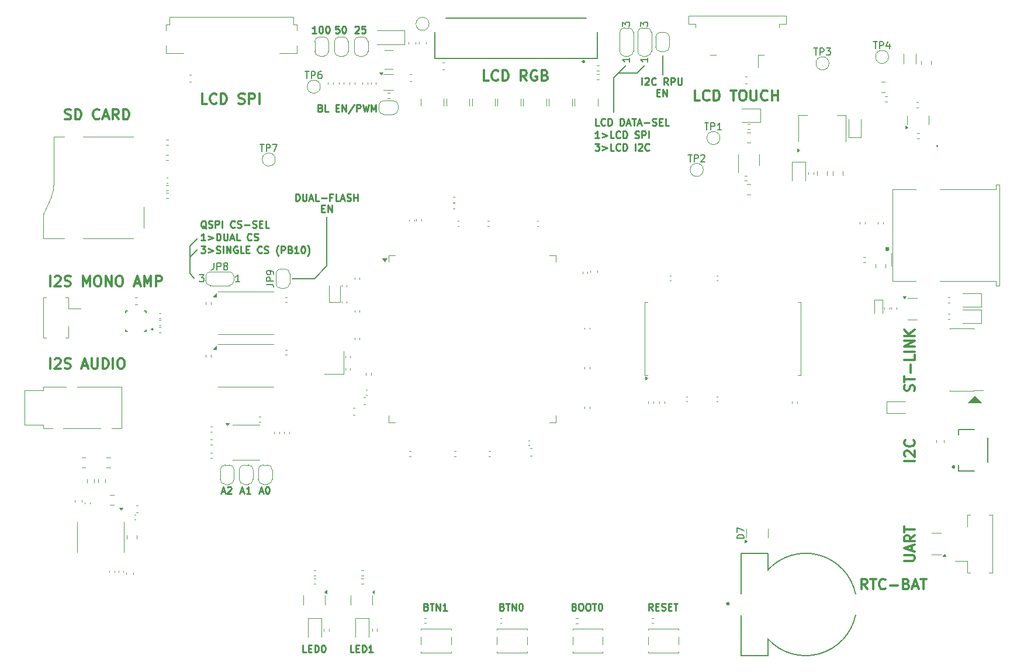
<source format=gbr>
%TF.GenerationSoftware,KiCad,Pcbnew,8.0.2*%
%TF.CreationDate,2024-07-19T10:45:18+07:00*%
%TF.ProjectId,chroma-pixel-zeta,6368726f-6d61-42d7-9069-78656c2d7a65,rev?*%
%TF.SameCoordinates,Original*%
%TF.FileFunction,Legend,Top*%
%TF.FilePolarity,Positive*%
%FSLAX46Y46*%
G04 Gerber Fmt 4.6, Leading zero omitted, Abs format (unit mm)*
G04 Created by KiCad (PCBNEW 8.0.2) date 2024-07-19 10:45:18*
%MOMM*%
%LPD*%
G01*
G04 APERTURE LIST*
%ADD10C,0.150000*%
%ADD11C,0.000000*%
%ADD12C,0.250000*%
%ADD13C,0.300000*%
%ADD14C,0.100000*%
%ADD15C,0.120000*%
%ADD16C,0.127000*%
%ADD17C,0.200000*%
G04 APERTURE END LIST*
D10*
X166344600Y-55041800D02*
X164109400Y-55041800D01*
X170053000Y-52552600D02*
X170053000Y-55346600D01*
X162941000Y-55778400D02*
X162941000Y-56210200D01*
X162941000Y-56210200D02*
X162941000Y-60782200D01*
X101574600Y-80137000D02*
X101574600Y-83235800D01*
X101574600Y-83235800D02*
X101574600Y-84150200D01*
X102692200Y-79019400D02*
X101574600Y-80137000D01*
X102692200Y-80645000D02*
X101574600Y-81762600D01*
X121437400Y-83007200D02*
X119583200Y-84861400D01*
X119583200Y-84861400D02*
X118059200Y-84861400D01*
X163677600Y-55041800D02*
X162941000Y-55778400D01*
X164109400Y-55041800D02*
X163677600Y-55041800D01*
X116433600Y-84861400D02*
X118059200Y-84861400D01*
X167436800Y-53949600D02*
X166344600Y-55041800D01*
X101574600Y-84150200D02*
X102209600Y-84785200D01*
D11*
G36*
X216427600Y-102908100D02*
G01*
X214243200Y-102908100D01*
X215335400Y-101815900D01*
X216427600Y-102908100D01*
G37*
D10*
X121437400Y-75869800D02*
X121437400Y-83007200D01*
X164769800Y-53949600D02*
X163677600Y-55041800D01*
D12*
X135825589Y-132411409D02*
X135968446Y-132459028D01*
X135968446Y-132459028D02*
X136016065Y-132506647D01*
X136016065Y-132506647D02*
X136063684Y-132601885D01*
X136063684Y-132601885D02*
X136063684Y-132744742D01*
X136063684Y-132744742D02*
X136016065Y-132839980D01*
X136016065Y-132839980D02*
X135968446Y-132887600D01*
X135968446Y-132887600D02*
X135873208Y-132935219D01*
X135873208Y-132935219D02*
X135492256Y-132935219D01*
X135492256Y-132935219D02*
X135492256Y-131935219D01*
X135492256Y-131935219D02*
X135825589Y-131935219D01*
X135825589Y-131935219D02*
X135920827Y-131982838D01*
X135920827Y-131982838D02*
X135968446Y-132030457D01*
X135968446Y-132030457D02*
X136016065Y-132125695D01*
X136016065Y-132125695D02*
X136016065Y-132220933D01*
X136016065Y-132220933D02*
X135968446Y-132316171D01*
X135968446Y-132316171D02*
X135920827Y-132363790D01*
X135920827Y-132363790D02*
X135825589Y-132411409D01*
X135825589Y-132411409D02*
X135492256Y-132411409D01*
X136349399Y-131935219D02*
X136920827Y-131935219D01*
X136635113Y-132935219D02*
X136635113Y-131935219D01*
X137254161Y-132935219D02*
X137254161Y-131935219D01*
X137254161Y-131935219D02*
X137825589Y-132935219D01*
X137825589Y-132935219D02*
X137825589Y-131935219D01*
X138825589Y-132935219D02*
X138254161Y-132935219D01*
X138539875Y-132935219D02*
X138539875Y-131935219D01*
X138539875Y-131935219D02*
X138444637Y-132078076D01*
X138444637Y-132078076D02*
X138349399Y-132173314D01*
X138349399Y-132173314D02*
X138254161Y-132220933D01*
X168624891Y-132935219D02*
X168291558Y-132459028D01*
X168053463Y-132935219D02*
X168053463Y-131935219D01*
X168053463Y-131935219D02*
X168434415Y-131935219D01*
X168434415Y-131935219D02*
X168529653Y-131982838D01*
X168529653Y-131982838D02*
X168577272Y-132030457D01*
X168577272Y-132030457D02*
X168624891Y-132125695D01*
X168624891Y-132125695D02*
X168624891Y-132268552D01*
X168624891Y-132268552D02*
X168577272Y-132363790D01*
X168577272Y-132363790D02*
X168529653Y-132411409D01*
X168529653Y-132411409D02*
X168434415Y-132459028D01*
X168434415Y-132459028D02*
X168053463Y-132459028D01*
X169053463Y-132411409D02*
X169386796Y-132411409D01*
X169529653Y-132935219D02*
X169053463Y-132935219D01*
X169053463Y-132935219D02*
X169053463Y-131935219D01*
X169053463Y-131935219D02*
X169529653Y-131935219D01*
X169910606Y-132887600D02*
X170053463Y-132935219D01*
X170053463Y-132935219D02*
X170291558Y-132935219D01*
X170291558Y-132935219D02*
X170386796Y-132887600D01*
X170386796Y-132887600D02*
X170434415Y-132839980D01*
X170434415Y-132839980D02*
X170482034Y-132744742D01*
X170482034Y-132744742D02*
X170482034Y-132649504D01*
X170482034Y-132649504D02*
X170434415Y-132554266D01*
X170434415Y-132554266D02*
X170386796Y-132506647D01*
X170386796Y-132506647D02*
X170291558Y-132459028D01*
X170291558Y-132459028D02*
X170101082Y-132411409D01*
X170101082Y-132411409D02*
X170005844Y-132363790D01*
X170005844Y-132363790D02*
X169958225Y-132316171D01*
X169958225Y-132316171D02*
X169910606Y-132220933D01*
X169910606Y-132220933D02*
X169910606Y-132125695D01*
X169910606Y-132125695D02*
X169958225Y-132030457D01*
X169958225Y-132030457D02*
X170005844Y-131982838D01*
X170005844Y-131982838D02*
X170101082Y-131935219D01*
X170101082Y-131935219D02*
X170339177Y-131935219D01*
X170339177Y-131935219D02*
X170482034Y-131982838D01*
X170910606Y-132411409D02*
X171243939Y-132411409D01*
X171386796Y-132935219D02*
X170910606Y-132935219D01*
X170910606Y-132935219D02*
X170910606Y-131935219D01*
X170910606Y-131935219D02*
X171386796Y-131935219D01*
X171672511Y-131935219D02*
X172243939Y-131935219D01*
X171958225Y-132935219D02*
X171958225Y-131935219D01*
D13*
X81377310Y-85957628D02*
X81377310Y-84457628D01*
X82020168Y-84600485D02*
X82091596Y-84529057D01*
X82091596Y-84529057D02*
X82234454Y-84457628D01*
X82234454Y-84457628D02*
X82591596Y-84457628D01*
X82591596Y-84457628D02*
X82734454Y-84529057D01*
X82734454Y-84529057D02*
X82805882Y-84600485D01*
X82805882Y-84600485D02*
X82877311Y-84743342D01*
X82877311Y-84743342D02*
X82877311Y-84886200D01*
X82877311Y-84886200D02*
X82805882Y-85100485D01*
X82805882Y-85100485D02*
X81948739Y-85957628D01*
X81948739Y-85957628D02*
X82877311Y-85957628D01*
X83448739Y-85886200D02*
X83663025Y-85957628D01*
X83663025Y-85957628D02*
X84020167Y-85957628D01*
X84020167Y-85957628D02*
X84163025Y-85886200D01*
X84163025Y-85886200D02*
X84234453Y-85814771D01*
X84234453Y-85814771D02*
X84305882Y-85671914D01*
X84305882Y-85671914D02*
X84305882Y-85529057D01*
X84305882Y-85529057D02*
X84234453Y-85386200D01*
X84234453Y-85386200D02*
X84163025Y-85314771D01*
X84163025Y-85314771D02*
X84020167Y-85243342D01*
X84020167Y-85243342D02*
X83734453Y-85171914D01*
X83734453Y-85171914D02*
X83591596Y-85100485D01*
X83591596Y-85100485D02*
X83520167Y-85029057D01*
X83520167Y-85029057D02*
X83448739Y-84886200D01*
X83448739Y-84886200D02*
X83448739Y-84743342D01*
X83448739Y-84743342D02*
X83520167Y-84600485D01*
X83520167Y-84600485D02*
X83591596Y-84529057D01*
X83591596Y-84529057D02*
X83734453Y-84457628D01*
X83734453Y-84457628D02*
X84091596Y-84457628D01*
X84091596Y-84457628D02*
X84305882Y-84529057D01*
X86091595Y-85957628D02*
X86091595Y-84457628D01*
X86091595Y-84457628D02*
X86591595Y-85529057D01*
X86591595Y-85529057D02*
X87091595Y-84457628D01*
X87091595Y-84457628D02*
X87091595Y-85957628D01*
X88091596Y-84457628D02*
X88377310Y-84457628D01*
X88377310Y-84457628D02*
X88520167Y-84529057D01*
X88520167Y-84529057D02*
X88663024Y-84671914D01*
X88663024Y-84671914D02*
X88734453Y-84957628D01*
X88734453Y-84957628D02*
X88734453Y-85457628D01*
X88734453Y-85457628D02*
X88663024Y-85743342D01*
X88663024Y-85743342D02*
X88520167Y-85886200D01*
X88520167Y-85886200D02*
X88377310Y-85957628D01*
X88377310Y-85957628D02*
X88091596Y-85957628D01*
X88091596Y-85957628D02*
X87948739Y-85886200D01*
X87948739Y-85886200D02*
X87805881Y-85743342D01*
X87805881Y-85743342D02*
X87734453Y-85457628D01*
X87734453Y-85457628D02*
X87734453Y-84957628D01*
X87734453Y-84957628D02*
X87805881Y-84671914D01*
X87805881Y-84671914D02*
X87948739Y-84529057D01*
X87948739Y-84529057D02*
X88091596Y-84457628D01*
X89377310Y-85957628D02*
X89377310Y-84457628D01*
X89377310Y-84457628D02*
X90234453Y-85957628D01*
X90234453Y-85957628D02*
X90234453Y-84457628D01*
X91234454Y-84457628D02*
X91520168Y-84457628D01*
X91520168Y-84457628D02*
X91663025Y-84529057D01*
X91663025Y-84529057D02*
X91805882Y-84671914D01*
X91805882Y-84671914D02*
X91877311Y-84957628D01*
X91877311Y-84957628D02*
X91877311Y-85457628D01*
X91877311Y-85457628D02*
X91805882Y-85743342D01*
X91805882Y-85743342D02*
X91663025Y-85886200D01*
X91663025Y-85886200D02*
X91520168Y-85957628D01*
X91520168Y-85957628D02*
X91234454Y-85957628D01*
X91234454Y-85957628D02*
X91091597Y-85886200D01*
X91091597Y-85886200D02*
X90948739Y-85743342D01*
X90948739Y-85743342D02*
X90877311Y-85457628D01*
X90877311Y-85457628D02*
X90877311Y-84957628D01*
X90877311Y-84957628D02*
X90948739Y-84671914D01*
X90948739Y-84671914D02*
X91091597Y-84529057D01*
X91091597Y-84529057D02*
X91234454Y-84457628D01*
X93591597Y-85529057D02*
X94305883Y-85529057D01*
X93448740Y-85957628D02*
X93948740Y-84457628D01*
X93948740Y-84457628D02*
X94448740Y-85957628D01*
X94948739Y-85957628D02*
X94948739Y-84457628D01*
X94948739Y-84457628D02*
X95448739Y-85529057D01*
X95448739Y-85529057D02*
X95948739Y-84457628D01*
X95948739Y-84457628D02*
X95948739Y-85957628D01*
X96663025Y-85957628D02*
X96663025Y-84457628D01*
X96663025Y-84457628D02*
X97234454Y-84457628D01*
X97234454Y-84457628D02*
X97377311Y-84529057D01*
X97377311Y-84529057D02*
X97448740Y-84600485D01*
X97448740Y-84600485D02*
X97520168Y-84743342D01*
X97520168Y-84743342D02*
X97520168Y-84957628D01*
X97520168Y-84957628D02*
X97448740Y-85100485D01*
X97448740Y-85100485D02*
X97377311Y-85171914D01*
X97377311Y-85171914D02*
X97234454Y-85243342D01*
X97234454Y-85243342D02*
X96663025Y-85243342D01*
D12*
X160251130Y-65311019D02*
X160870177Y-65311019D01*
X160870177Y-65311019D02*
X160536844Y-65691971D01*
X160536844Y-65691971D02*
X160679701Y-65691971D01*
X160679701Y-65691971D02*
X160774939Y-65739590D01*
X160774939Y-65739590D02*
X160822558Y-65787209D01*
X160822558Y-65787209D02*
X160870177Y-65882447D01*
X160870177Y-65882447D02*
X160870177Y-66120542D01*
X160870177Y-66120542D02*
X160822558Y-66215780D01*
X160822558Y-66215780D02*
X160774939Y-66263400D01*
X160774939Y-66263400D02*
X160679701Y-66311019D01*
X160679701Y-66311019D02*
X160393987Y-66311019D01*
X160393987Y-66311019D02*
X160298749Y-66263400D01*
X160298749Y-66263400D02*
X160251130Y-66215780D01*
X161298749Y-65644352D02*
X162060654Y-65930066D01*
X162060654Y-65930066D02*
X161298749Y-66215780D01*
X163013034Y-66311019D02*
X162536844Y-66311019D01*
X162536844Y-66311019D02*
X162536844Y-65311019D01*
X163917796Y-66215780D02*
X163870177Y-66263400D01*
X163870177Y-66263400D02*
X163727320Y-66311019D01*
X163727320Y-66311019D02*
X163632082Y-66311019D01*
X163632082Y-66311019D02*
X163489225Y-66263400D01*
X163489225Y-66263400D02*
X163393987Y-66168161D01*
X163393987Y-66168161D02*
X163346368Y-66072923D01*
X163346368Y-66072923D02*
X163298749Y-65882447D01*
X163298749Y-65882447D02*
X163298749Y-65739590D01*
X163298749Y-65739590D02*
X163346368Y-65549114D01*
X163346368Y-65549114D02*
X163393987Y-65453876D01*
X163393987Y-65453876D02*
X163489225Y-65358638D01*
X163489225Y-65358638D02*
X163632082Y-65311019D01*
X163632082Y-65311019D02*
X163727320Y-65311019D01*
X163727320Y-65311019D02*
X163870177Y-65358638D01*
X163870177Y-65358638D02*
X163917796Y-65406257D01*
X164346368Y-66311019D02*
X164346368Y-65311019D01*
X164346368Y-65311019D02*
X164584463Y-65311019D01*
X164584463Y-65311019D02*
X164727320Y-65358638D01*
X164727320Y-65358638D02*
X164822558Y-65453876D01*
X164822558Y-65453876D02*
X164870177Y-65549114D01*
X164870177Y-65549114D02*
X164917796Y-65739590D01*
X164917796Y-65739590D02*
X164917796Y-65882447D01*
X164917796Y-65882447D02*
X164870177Y-66072923D01*
X164870177Y-66072923D02*
X164822558Y-66168161D01*
X164822558Y-66168161D02*
X164727320Y-66263400D01*
X164727320Y-66263400D02*
X164584463Y-66311019D01*
X164584463Y-66311019D02*
X164346368Y-66311019D01*
X166108273Y-66311019D02*
X166108273Y-65311019D01*
X166536844Y-65406257D02*
X166584463Y-65358638D01*
X166584463Y-65358638D02*
X166679701Y-65311019D01*
X166679701Y-65311019D02*
X166917796Y-65311019D01*
X166917796Y-65311019D02*
X167013034Y-65358638D01*
X167013034Y-65358638D02*
X167060653Y-65406257D01*
X167060653Y-65406257D02*
X167108272Y-65501495D01*
X167108272Y-65501495D02*
X167108272Y-65596733D01*
X167108272Y-65596733D02*
X167060653Y-65739590D01*
X167060653Y-65739590D02*
X166489225Y-66311019D01*
X166489225Y-66311019D02*
X167108272Y-66311019D01*
X168108272Y-66215780D02*
X168060653Y-66263400D01*
X168060653Y-66263400D02*
X167917796Y-66311019D01*
X167917796Y-66311019D02*
X167822558Y-66311019D01*
X167822558Y-66311019D02*
X167679701Y-66263400D01*
X167679701Y-66263400D02*
X167584463Y-66168161D01*
X167584463Y-66168161D02*
X167536844Y-66072923D01*
X167536844Y-66072923D02*
X167489225Y-65882447D01*
X167489225Y-65882447D02*
X167489225Y-65739590D01*
X167489225Y-65739590D02*
X167536844Y-65549114D01*
X167536844Y-65549114D02*
X167584463Y-65453876D01*
X167584463Y-65453876D02*
X167679701Y-65358638D01*
X167679701Y-65358638D02*
X167822558Y-65311019D01*
X167822558Y-65311019D02*
X167917796Y-65311019D01*
X167917796Y-65311019D02*
X168060653Y-65358638D01*
X168060653Y-65358638D02*
X168108272Y-65406257D01*
X120671568Y-74728009D02*
X121004901Y-74728009D01*
X121147758Y-75251819D02*
X120671568Y-75251819D01*
X120671568Y-75251819D02*
X120671568Y-74251819D01*
X120671568Y-74251819D02*
X121147758Y-74251819D01*
X121576330Y-75251819D02*
X121576330Y-74251819D01*
X121576330Y-74251819D02*
X122147758Y-75251819D01*
X122147758Y-75251819D02*
X122147758Y-74251819D01*
D13*
X144884225Y-56188828D02*
X144169939Y-56188828D01*
X144169939Y-56188828D02*
X144169939Y-54688828D01*
X146241368Y-56045971D02*
X146169940Y-56117400D01*
X146169940Y-56117400D02*
X145955654Y-56188828D01*
X145955654Y-56188828D02*
X145812797Y-56188828D01*
X145812797Y-56188828D02*
X145598511Y-56117400D01*
X145598511Y-56117400D02*
X145455654Y-55974542D01*
X145455654Y-55974542D02*
X145384225Y-55831685D01*
X145384225Y-55831685D02*
X145312797Y-55545971D01*
X145312797Y-55545971D02*
X145312797Y-55331685D01*
X145312797Y-55331685D02*
X145384225Y-55045971D01*
X145384225Y-55045971D02*
X145455654Y-54903114D01*
X145455654Y-54903114D02*
X145598511Y-54760257D01*
X145598511Y-54760257D02*
X145812797Y-54688828D01*
X145812797Y-54688828D02*
X145955654Y-54688828D01*
X145955654Y-54688828D02*
X146169940Y-54760257D01*
X146169940Y-54760257D02*
X146241368Y-54831685D01*
X146884225Y-56188828D02*
X146884225Y-54688828D01*
X146884225Y-54688828D02*
X147241368Y-54688828D01*
X147241368Y-54688828D02*
X147455654Y-54760257D01*
X147455654Y-54760257D02*
X147598511Y-54903114D01*
X147598511Y-54903114D02*
X147669940Y-55045971D01*
X147669940Y-55045971D02*
X147741368Y-55331685D01*
X147741368Y-55331685D02*
X147741368Y-55545971D01*
X147741368Y-55545971D02*
X147669940Y-55831685D01*
X147669940Y-55831685D02*
X147598511Y-55974542D01*
X147598511Y-55974542D02*
X147455654Y-56117400D01*
X147455654Y-56117400D02*
X147241368Y-56188828D01*
X147241368Y-56188828D02*
X146884225Y-56188828D01*
X150384225Y-56188828D02*
X149884225Y-55474542D01*
X149527082Y-56188828D02*
X149527082Y-54688828D01*
X149527082Y-54688828D02*
X150098511Y-54688828D01*
X150098511Y-54688828D02*
X150241368Y-54760257D01*
X150241368Y-54760257D02*
X150312797Y-54831685D01*
X150312797Y-54831685D02*
X150384225Y-54974542D01*
X150384225Y-54974542D02*
X150384225Y-55188828D01*
X150384225Y-55188828D02*
X150312797Y-55331685D01*
X150312797Y-55331685D02*
X150241368Y-55403114D01*
X150241368Y-55403114D02*
X150098511Y-55474542D01*
X150098511Y-55474542D02*
X149527082Y-55474542D01*
X151812797Y-54760257D02*
X151669940Y-54688828D01*
X151669940Y-54688828D02*
X151455654Y-54688828D01*
X151455654Y-54688828D02*
X151241368Y-54760257D01*
X151241368Y-54760257D02*
X151098511Y-54903114D01*
X151098511Y-54903114D02*
X151027082Y-55045971D01*
X151027082Y-55045971D02*
X150955654Y-55331685D01*
X150955654Y-55331685D02*
X150955654Y-55545971D01*
X150955654Y-55545971D02*
X151027082Y-55831685D01*
X151027082Y-55831685D02*
X151098511Y-55974542D01*
X151098511Y-55974542D02*
X151241368Y-56117400D01*
X151241368Y-56117400D02*
X151455654Y-56188828D01*
X151455654Y-56188828D02*
X151598511Y-56188828D01*
X151598511Y-56188828D02*
X151812797Y-56117400D01*
X151812797Y-56117400D02*
X151884225Y-56045971D01*
X151884225Y-56045971D02*
X151884225Y-55545971D01*
X151884225Y-55545971D02*
X151598511Y-55545971D01*
X153027082Y-55403114D02*
X153241368Y-55474542D01*
X153241368Y-55474542D02*
X153312797Y-55545971D01*
X153312797Y-55545971D02*
X153384225Y-55688828D01*
X153384225Y-55688828D02*
X153384225Y-55903114D01*
X153384225Y-55903114D02*
X153312797Y-56045971D01*
X153312797Y-56045971D02*
X153241368Y-56117400D01*
X153241368Y-56117400D02*
X153098511Y-56188828D01*
X153098511Y-56188828D02*
X152527082Y-56188828D01*
X152527082Y-56188828D02*
X152527082Y-54688828D01*
X152527082Y-54688828D02*
X153027082Y-54688828D01*
X153027082Y-54688828D02*
X153169940Y-54760257D01*
X153169940Y-54760257D02*
X153241368Y-54831685D01*
X153241368Y-54831685D02*
X153312797Y-54974542D01*
X153312797Y-54974542D02*
X153312797Y-55117400D01*
X153312797Y-55117400D02*
X153241368Y-55260257D01*
X153241368Y-55260257D02*
X153169940Y-55331685D01*
X153169940Y-55331685D02*
X153027082Y-55403114D01*
X153027082Y-55403114D02*
X152527082Y-55403114D01*
D12*
X103796377Y-79328519D02*
X103224949Y-79328519D01*
X103510663Y-79328519D02*
X103510663Y-78328519D01*
X103510663Y-78328519D02*
X103415425Y-78471376D01*
X103415425Y-78471376D02*
X103320187Y-78566614D01*
X103320187Y-78566614D02*
X103224949Y-78614233D01*
X104224949Y-78661852D02*
X104986854Y-78947566D01*
X104986854Y-78947566D02*
X104224949Y-79233280D01*
X105463044Y-79328519D02*
X105463044Y-78328519D01*
X105463044Y-78328519D02*
X105701139Y-78328519D01*
X105701139Y-78328519D02*
X105843996Y-78376138D01*
X105843996Y-78376138D02*
X105939234Y-78471376D01*
X105939234Y-78471376D02*
X105986853Y-78566614D01*
X105986853Y-78566614D02*
X106034472Y-78757090D01*
X106034472Y-78757090D02*
X106034472Y-78899947D01*
X106034472Y-78899947D02*
X105986853Y-79090423D01*
X105986853Y-79090423D02*
X105939234Y-79185661D01*
X105939234Y-79185661D02*
X105843996Y-79280900D01*
X105843996Y-79280900D02*
X105701139Y-79328519D01*
X105701139Y-79328519D02*
X105463044Y-79328519D01*
X106463044Y-78328519D02*
X106463044Y-79138042D01*
X106463044Y-79138042D02*
X106510663Y-79233280D01*
X106510663Y-79233280D02*
X106558282Y-79280900D01*
X106558282Y-79280900D02*
X106653520Y-79328519D01*
X106653520Y-79328519D02*
X106843996Y-79328519D01*
X106843996Y-79328519D02*
X106939234Y-79280900D01*
X106939234Y-79280900D02*
X106986853Y-79233280D01*
X106986853Y-79233280D02*
X107034472Y-79138042D01*
X107034472Y-79138042D02*
X107034472Y-78328519D01*
X107463044Y-79042804D02*
X107939234Y-79042804D01*
X107367806Y-79328519D02*
X107701139Y-78328519D01*
X107701139Y-78328519D02*
X108034472Y-79328519D01*
X108843996Y-79328519D02*
X108367806Y-79328519D01*
X108367806Y-79328519D02*
X108367806Y-78328519D01*
X110510663Y-79233280D02*
X110463044Y-79280900D01*
X110463044Y-79280900D02*
X110320187Y-79328519D01*
X110320187Y-79328519D02*
X110224949Y-79328519D01*
X110224949Y-79328519D02*
X110082092Y-79280900D01*
X110082092Y-79280900D02*
X109986854Y-79185661D01*
X109986854Y-79185661D02*
X109939235Y-79090423D01*
X109939235Y-79090423D02*
X109891616Y-78899947D01*
X109891616Y-78899947D02*
X109891616Y-78757090D01*
X109891616Y-78757090D02*
X109939235Y-78566614D01*
X109939235Y-78566614D02*
X109986854Y-78471376D01*
X109986854Y-78471376D02*
X110082092Y-78376138D01*
X110082092Y-78376138D02*
X110224949Y-78328519D01*
X110224949Y-78328519D02*
X110320187Y-78328519D01*
X110320187Y-78328519D02*
X110463044Y-78376138D01*
X110463044Y-78376138D02*
X110510663Y-78423757D01*
X110891616Y-79280900D02*
X111034473Y-79328519D01*
X111034473Y-79328519D02*
X111272568Y-79328519D01*
X111272568Y-79328519D02*
X111367806Y-79280900D01*
X111367806Y-79280900D02*
X111415425Y-79233280D01*
X111415425Y-79233280D02*
X111463044Y-79138042D01*
X111463044Y-79138042D02*
X111463044Y-79042804D01*
X111463044Y-79042804D02*
X111415425Y-78947566D01*
X111415425Y-78947566D02*
X111367806Y-78899947D01*
X111367806Y-78899947D02*
X111272568Y-78852328D01*
X111272568Y-78852328D02*
X111082092Y-78804709D01*
X111082092Y-78804709D02*
X110986854Y-78757090D01*
X110986854Y-78757090D02*
X110939235Y-78709471D01*
X110939235Y-78709471D02*
X110891616Y-78614233D01*
X110891616Y-78614233D02*
X110891616Y-78518995D01*
X110891616Y-78518995D02*
X110939235Y-78423757D01*
X110939235Y-78423757D02*
X110986854Y-78376138D01*
X110986854Y-78376138D02*
X111082092Y-78328519D01*
X111082092Y-78328519D02*
X111320187Y-78328519D01*
X111320187Y-78328519D02*
X111463044Y-78376138D01*
X125313225Y-138980419D02*
X124837035Y-138980419D01*
X124837035Y-138980419D02*
X124837035Y-137980419D01*
X125646559Y-138456609D02*
X125979892Y-138456609D01*
X126122749Y-138980419D02*
X125646559Y-138980419D01*
X125646559Y-138980419D02*
X125646559Y-137980419D01*
X125646559Y-137980419D02*
X126122749Y-137980419D01*
X126551321Y-138980419D02*
X126551321Y-137980419D01*
X126551321Y-137980419D02*
X126789416Y-137980419D01*
X126789416Y-137980419D02*
X126932273Y-138028038D01*
X126932273Y-138028038D02*
X127027511Y-138123276D01*
X127027511Y-138123276D02*
X127075130Y-138218514D01*
X127075130Y-138218514D02*
X127122749Y-138408990D01*
X127122749Y-138408990D02*
X127122749Y-138551847D01*
X127122749Y-138551847D02*
X127075130Y-138742323D01*
X127075130Y-138742323D02*
X127027511Y-138837561D01*
X127027511Y-138837561D02*
X126932273Y-138932800D01*
X126932273Y-138932800D02*
X126789416Y-138980419D01*
X126789416Y-138980419D02*
X126551321Y-138980419D01*
X128075130Y-138980419D02*
X127503702Y-138980419D01*
X127789416Y-138980419D02*
X127789416Y-137980419D01*
X127789416Y-137980419D02*
X127694178Y-138123276D01*
X127694178Y-138123276D02*
X127598940Y-138218514D01*
X127598940Y-138218514D02*
X127503702Y-138266133D01*
X120496901Y-60138059D02*
X120639758Y-60185678D01*
X120639758Y-60185678D02*
X120687377Y-60233297D01*
X120687377Y-60233297D02*
X120734996Y-60328535D01*
X120734996Y-60328535D02*
X120734996Y-60471392D01*
X120734996Y-60471392D02*
X120687377Y-60566630D01*
X120687377Y-60566630D02*
X120639758Y-60614250D01*
X120639758Y-60614250D02*
X120544520Y-60661869D01*
X120544520Y-60661869D02*
X120163568Y-60661869D01*
X120163568Y-60661869D02*
X120163568Y-59661869D01*
X120163568Y-59661869D02*
X120496901Y-59661869D01*
X120496901Y-59661869D02*
X120592139Y-59709488D01*
X120592139Y-59709488D02*
X120639758Y-59757107D01*
X120639758Y-59757107D02*
X120687377Y-59852345D01*
X120687377Y-59852345D02*
X120687377Y-59947583D01*
X120687377Y-59947583D02*
X120639758Y-60042821D01*
X120639758Y-60042821D02*
X120592139Y-60090440D01*
X120592139Y-60090440D02*
X120496901Y-60138059D01*
X120496901Y-60138059D02*
X120163568Y-60138059D01*
X121639758Y-60661869D02*
X121163568Y-60661869D01*
X121163568Y-60661869D02*
X121163568Y-59661869D01*
X122734997Y-60138059D02*
X123068330Y-60138059D01*
X123211187Y-60661869D02*
X122734997Y-60661869D01*
X122734997Y-60661869D02*
X122734997Y-59661869D01*
X122734997Y-59661869D02*
X123211187Y-59661869D01*
X123639759Y-60661869D02*
X123639759Y-59661869D01*
X123639759Y-59661869D02*
X124211187Y-60661869D01*
X124211187Y-60661869D02*
X124211187Y-59661869D01*
X125401663Y-59614250D02*
X124544521Y-60899964D01*
X125734997Y-60661869D02*
X125734997Y-59661869D01*
X125734997Y-59661869D02*
X126115949Y-59661869D01*
X126115949Y-59661869D02*
X126211187Y-59709488D01*
X126211187Y-59709488D02*
X126258806Y-59757107D01*
X126258806Y-59757107D02*
X126306425Y-59852345D01*
X126306425Y-59852345D02*
X126306425Y-59995202D01*
X126306425Y-59995202D02*
X126258806Y-60090440D01*
X126258806Y-60090440D02*
X126211187Y-60138059D01*
X126211187Y-60138059D02*
X126115949Y-60185678D01*
X126115949Y-60185678D02*
X125734997Y-60185678D01*
X126639759Y-59661869D02*
X126877854Y-60661869D01*
X126877854Y-60661869D02*
X127068330Y-59947583D01*
X127068330Y-59947583D02*
X127258806Y-60661869D01*
X127258806Y-60661869D02*
X127496902Y-59661869D01*
X127877854Y-60661869D02*
X127877854Y-59661869D01*
X127877854Y-59661869D02*
X128211187Y-60376154D01*
X128211187Y-60376154D02*
X128544520Y-59661869D01*
X128544520Y-59661869D02*
X128544520Y-60661869D01*
X125505718Y-48388257D02*
X125553337Y-48340638D01*
X125553337Y-48340638D02*
X125648575Y-48293019D01*
X125648575Y-48293019D02*
X125886670Y-48293019D01*
X125886670Y-48293019D02*
X125981908Y-48340638D01*
X125981908Y-48340638D02*
X126029527Y-48388257D01*
X126029527Y-48388257D02*
X126077146Y-48483495D01*
X126077146Y-48483495D02*
X126077146Y-48578733D01*
X126077146Y-48578733D02*
X126029527Y-48721590D01*
X126029527Y-48721590D02*
X125458099Y-49293019D01*
X125458099Y-49293019D02*
X126077146Y-49293019D01*
X126981908Y-48293019D02*
X126505718Y-48293019D01*
X126505718Y-48293019D02*
X126458099Y-48769209D01*
X126458099Y-48769209D02*
X126505718Y-48721590D01*
X126505718Y-48721590D02*
X126600956Y-48673971D01*
X126600956Y-48673971D02*
X126839051Y-48673971D01*
X126839051Y-48673971D02*
X126934289Y-48721590D01*
X126934289Y-48721590D02*
X126981908Y-48769209D01*
X126981908Y-48769209D02*
X127029527Y-48864447D01*
X127029527Y-48864447D02*
X127029527Y-49102542D01*
X127029527Y-49102542D02*
X126981908Y-49197780D01*
X126981908Y-49197780D02*
X126934289Y-49245400D01*
X126934289Y-49245400D02*
X126839051Y-49293019D01*
X126839051Y-49293019D02*
X126600956Y-49293019D01*
X126600956Y-49293019D02*
X126505718Y-49245400D01*
X126505718Y-49245400D02*
X126458099Y-49197780D01*
D13*
X205082228Y-125765220D02*
X206296514Y-125765220D01*
X206296514Y-125765220D02*
X206439371Y-125693791D01*
X206439371Y-125693791D02*
X206510800Y-125622363D01*
X206510800Y-125622363D02*
X206582228Y-125479505D01*
X206582228Y-125479505D02*
X206582228Y-125193791D01*
X206582228Y-125193791D02*
X206510800Y-125050934D01*
X206510800Y-125050934D02*
X206439371Y-124979505D01*
X206439371Y-124979505D02*
X206296514Y-124908077D01*
X206296514Y-124908077D02*
X205082228Y-124908077D01*
X206153657Y-124265219D02*
X206153657Y-123550934D01*
X206582228Y-124408076D02*
X205082228Y-123908076D01*
X205082228Y-123908076D02*
X206582228Y-123408076D01*
X206582228Y-122050934D02*
X205867942Y-122550934D01*
X206582228Y-122908077D02*
X205082228Y-122908077D01*
X205082228Y-122908077D02*
X205082228Y-122336648D01*
X205082228Y-122336648D02*
X205153657Y-122193791D01*
X205153657Y-122193791D02*
X205225085Y-122122362D01*
X205225085Y-122122362D02*
X205367942Y-122050934D01*
X205367942Y-122050934D02*
X205582228Y-122050934D01*
X205582228Y-122050934D02*
X205725085Y-122122362D01*
X205725085Y-122122362D02*
X205796514Y-122193791D01*
X205796514Y-122193791D02*
X205867942Y-122336648D01*
X205867942Y-122336648D02*
X205867942Y-122908077D01*
X205082228Y-121622362D02*
X205082228Y-120765220D01*
X206582228Y-121193791D02*
X205082228Y-121193791D01*
D12*
X106153887Y-115733104D02*
X106630077Y-115733104D01*
X106058649Y-116018819D02*
X106391982Y-115018819D01*
X106391982Y-115018819D02*
X106725315Y-116018819D01*
X107011030Y-115114057D02*
X107058649Y-115066438D01*
X107058649Y-115066438D02*
X107153887Y-115018819D01*
X107153887Y-115018819D02*
X107391982Y-115018819D01*
X107391982Y-115018819D02*
X107487220Y-115066438D01*
X107487220Y-115066438D02*
X107534839Y-115114057D01*
X107534839Y-115114057D02*
X107582458Y-115209295D01*
X107582458Y-115209295D02*
X107582458Y-115304533D01*
X107582458Y-115304533D02*
X107534839Y-115447390D01*
X107534839Y-115447390D02*
X106963411Y-116018819D01*
X106963411Y-116018819D02*
X107582458Y-116018819D01*
X111665687Y-115733104D02*
X112141877Y-115733104D01*
X111570449Y-116018819D02*
X111903782Y-115018819D01*
X111903782Y-115018819D02*
X112237115Y-116018819D01*
X112760925Y-115018819D02*
X112856163Y-115018819D01*
X112856163Y-115018819D02*
X112951401Y-115066438D01*
X112951401Y-115066438D02*
X112999020Y-115114057D01*
X112999020Y-115114057D02*
X113046639Y-115209295D01*
X113046639Y-115209295D02*
X113094258Y-115399771D01*
X113094258Y-115399771D02*
X113094258Y-115637866D01*
X113094258Y-115637866D02*
X113046639Y-115828342D01*
X113046639Y-115828342D02*
X112999020Y-115923580D01*
X112999020Y-115923580D02*
X112951401Y-115971200D01*
X112951401Y-115971200D02*
X112856163Y-116018819D01*
X112856163Y-116018819D02*
X112760925Y-116018819D01*
X112760925Y-116018819D02*
X112665687Y-115971200D01*
X112665687Y-115971200D02*
X112618068Y-115923580D01*
X112618068Y-115923580D02*
X112570449Y-115828342D01*
X112570449Y-115828342D02*
X112522830Y-115637866D01*
X112522830Y-115637866D02*
X112522830Y-115399771D01*
X112522830Y-115399771D02*
X112570449Y-115209295D01*
X112570449Y-115209295D02*
X112618068Y-115114057D01*
X112618068Y-115114057D02*
X112665687Y-115066438D01*
X112665687Y-115066438D02*
X112760925Y-115018819D01*
X167061521Y-56786019D02*
X167061521Y-55786019D01*
X167490092Y-55881257D02*
X167537711Y-55833638D01*
X167537711Y-55833638D02*
X167632949Y-55786019D01*
X167632949Y-55786019D02*
X167871044Y-55786019D01*
X167871044Y-55786019D02*
X167966282Y-55833638D01*
X167966282Y-55833638D02*
X168013901Y-55881257D01*
X168013901Y-55881257D02*
X168061520Y-55976495D01*
X168061520Y-55976495D02*
X168061520Y-56071733D01*
X168061520Y-56071733D02*
X168013901Y-56214590D01*
X168013901Y-56214590D02*
X167442473Y-56786019D01*
X167442473Y-56786019D02*
X168061520Y-56786019D01*
X169061520Y-56690780D02*
X169013901Y-56738400D01*
X169013901Y-56738400D02*
X168871044Y-56786019D01*
X168871044Y-56786019D02*
X168775806Y-56786019D01*
X168775806Y-56786019D02*
X168632949Y-56738400D01*
X168632949Y-56738400D02*
X168537711Y-56643161D01*
X168537711Y-56643161D02*
X168490092Y-56547923D01*
X168490092Y-56547923D02*
X168442473Y-56357447D01*
X168442473Y-56357447D02*
X168442473Y-56214590D01*
X168442473Y-56214590D02*
X168490092Y-56024114D01*
X168490092Y-56024114D02*
X168537711Y-55928876D01*
X168537711Y-55928876D02*
X168632949Y-55833638D01*
X168632949Y-55833638D02*
X168775806Y-55786019D01*
X168775806Y-55786019D02*
X168871044Y-55786019D01*
X168871044Y-55786019D02*
X169013901Y-55833638D01*
X169013901Y-55833638D02*
X169061520Y-55881257D01*
X170823425Y-56786019D02*
X170490092Y-56309828D01*
X170251997Y-56786019D02*
X170251997Y-55786019D01*
X170251997Y-55786019D02*
X170632949Y-55786019D01*
X170632949Y-55786019D02*
X170728187Y-55833638D01*
X170728187Y-55833638D02*
X170775806Y-55881257D01*
X170775806Y-55881257D02*
X170823425Y-55976495D01*
X170823425Y-55976495D02*
X170823425Y-56119352D01*
X170823425Y-56119352D02*
X170775806Y-56214590D01*
X170775806Y-56214590D02*
X170728187Y-56262209D01*
X170728187Y-56262209D02*
X170632949Y-56309828D01*
X170632949Y-56309828D02*
X170251997Y-56309828D01*
X171251997Y-56786019D02*
X171251997Y-55786019D01*
X171251997Y-55786019D02*
X171632949Y-55786019D01*
X171632949Y-55786019D02*
X171728187Y-55833638D01*
X171728187Y-55833638D02*
X171775806Y-55881257D01*
X171775806Y-55881257D02*
X171823425Y-55976495D01*
X171823425Y-55976495D02*
X171823425Y-56119352D01*
X171823425Y-56119352D02*
X171775806Y-56214590D01*
X171775806Y-56214590D02*
X171728187Y-56262209D01*
X171728187Y-56262209D02*
X171632949Y-56309828D01*
X171632949Y-56309828D02*
X171251997Y-56309828D01*
X172251997Y-55786019D02*
X172251997Y-56595542D01*
X172251997Y-56595542D02*
X172299616Y-56690780D01*
X172299616Y-56690780D02*
X172347235Y-56738400D01*
X172347235Y-56738400D02*
X172442473Y-56786019D01*
X172442473Y-56786019D02*
X172632949Y-56786019D01*
X172632949Y-56786019D02*
X172728187Y-56738400D01*
X172728187Y-56738400D02*
X172775806Y-56690780D01*
X172775806Y-56690780D02*
X172823425Y-56595542D01*
X172823425Y-56595542D02*
X172823425Y-55786019D01*
D13*
X206510800Y-101141652D02*
X206582228Y-100927367D01*
X206582228Y-100927367D02*
X206582228Y-100570224D01*
X206582228Y-100570224D02*
X206510800Y-100427367D01*
X206510800Y-100427367D02*
X206439371Y-100355938D01*
X206439371Y-100355938D02*
X206296514Y-100284509D01*
X206296514Y-100284509D02*
X206153657Y-100284509D01*
X206153657Y-100284509D02*
X206010800Y-100355938D01*
X206010800Y-100355938D02*
X205939371Y-100427367D01*
X205939371Y-100427367D02*
X205867942Y-100570224D01*
X205867942Y-100570224D02*
X205796514Y-100855938D01*
X205796514Y-100855938D02*
X205725085Y-100998795D01*
X205725085Y-100998795D02*
X205653657Y-101070224D01*
X205653657Y-101070224D02*
X205510800Y-101141652D01*
X205510800Y-101141652D02*
X205367942Y-101141652D01*
X205367942Y-101141652D02*
X205225085Y-101070224D01*
X205225085Y-101070224D02*
X205153657Y-100998795D01*
X205153657Y-100998795D02*
X205082228Y-100855938D01*
X205082228Y-100855938D02*
X205082228Y-100498795D01*
X205082228Y-100498795D02*
X205153657Y-100284509D01*
X205082228Y-99855938D02*
X205082228Y-98998796D01*
X206582228Y-99427367D02*
X205082228Y-99427367D01*
X206010800Y-98498796D02*
X206010800Y-97355939D01*
X206582228Y-95927367D02*
X206582228Y-96641653D01*
X206582228Y-96641653D02*
X205082228Y-96641653D01*
X206582228Y-95427367D02*
X205082228Y-95427367D01*
X206582228Y-94713081D02*
X205082228Y-94713081D01*
X205082228Y-94713081D02*
X206582228Y-93855938D01*
X206582228Y-93855938D02*
X205082228Y-93855938D01*
X206582228Y-93141652D02*
X205082228Y-93141652D01*
X206582228Y-92284509D02*
X205725085Y-92927366D01*
X205082228Y-92284509D02*
X205939371Y-93141652D01*
X83494111Y-61730800D02*
X83708397Y-61802228D01*
X83708397Y-61802228D02*
X84065539Y-61802228D01*
X84065539Y-61802228D02*
X84208397Y-61730800D01*
X84208397Y-61730800D02*
X84279825Y-61659371D01*
X84279825Y-61659371D02*
X84351254Y-61516514D01*
X84351254Y-61516514D02*
X84351254Y-61373657D01*
X84351254Y-61373657D02*
X84279825Y-61230800D01*
X84279825Y-61230800D02*
X84208397Y-61159371D01*
X84208397Y-61159371D02*
X84065539Y-61087942D01*
X84065539Y-61087942D02*
X83779825Y-61016514D01*
X83779825Y-61016514D02*
X83636968Y-60945085D01*
X83636968Y-60945085D02*
X83565539Y-60873657D01*
X83565539Y-60873657D02*
X83494111Y-60730800D01*
X83494111Y-60730800D02*
X83494111Y-60587942D01*
X83494111Y-60587942D02*
X83565539Y-60445085D01*
X83565539Y-60445085D02*
X83636968Y-60373657D01*
X83636968Y-60373657D02*
X83779825Y-60302228D01*
X83779825Y-60302228D02*
X84136968Y-60302228D01*
X84136968Y-60302228D02*
X84351254Y-60373657D01*
X84994110Y-61802228D02*
X84994110Y-60302228D01*
X84994110Y-60302228D02*
X85351253Y-60302228D01*
X85351253Y-60302228D02*
X85565539Y-60373657D01*
X85565539Y-60373657D02*
X85708396Y-60516514D01*
X85708396Y-60516514D02*
X85779825Y-60659371D01*
X85779825Y-60659371D02*
X85851253Y-60945085D01*
X85851253Y-60945085D02*
X85851253Y-61159371D01*
X85851253Y-61159371D02*
X85779825Y-61445085D01*
X85779825Y-61445085D02*
X85708396Y-61587942D01*
X85708396Y-61587942D02*
X85565539Y-61730800D01*
X85565539Y-61730800D02*
X85351253Y-61802228D01*
X85351253Y-61802228D02*
X84994110Y-61802228D01*
X88494110Y-61659371D02*
X88422682Y-61730800D01*
X88422682Y-61730800D02*
X88208396Y-61802228D01*
X88208396Y-61802228D02*
X88065539Y-61802228D01*
X88065539Y-61802228D02*
X87851253Y-61730800D01*
X87851253Y-61730800D02*
X87708396Y-61587942D01*
X87708396Y-61587942D02*
X87636967Y-61445085D01*
X87636967Y-61445085D02*
X87565539Y-61159371D01*
X87565539Y-61159371D02*
X87565539Y-60945085D01*
X87565539Y-60945085D02*
X87636967Y-60659371D01*
X87636967Y-60659371D02*
X87708396Y-60516514D01*
X87708396Y-60516514D02*
X87851253Y-60373657D01*
X87851253Y-60373657D02*
X88065539Y-60302228D01*
X88065539Y-60302228D02*
X88208396Y-60302228D01*
X88208396Y-60302228D02*
X88422682Y-60373657D01*
X88422682Y-60373657D02*
X88494110Y-60445085D01*
X89065539Y-61373657D02*
X89779825Y-61373657D01*
X88922682Y-61802228D02*
X89422682Y-60302228D01*
X89422682Y-60302228D02*
X89922682Y-61802228D01*
X91279824Y-61802228D02*
X90779824Y-61087942D01*
X90422681Y-61802228D02*
X90422681Y-60302228D01*
X90422681Y-60302228D02*
X90994110Y-60302228D01*
X90994110Y-60302228D02*
X91136967Y-60373657D01*
X91136967Y-60373657D02*
X91208396Y-60445085D01*
X91208396Y-60445085D02*
X91279824Y-60587942D01*
X91279824Y-60587942D02*
X91279824Y-60802228D01*
X91279824Y-60802228D02*
X91208396Y-60945085D01*
X91208396Y-60945085D02*
X91136967Y-61016514D01*
X91136967Y-61016514D02*
X90994110Y-61087942D01*
X90994110Y-61087942D02*
X90422681Y-61087942D01*
X91922681Y-61802228D02*
X91922681Y-60302228D01*
X91922681Y-60302228D02*
X92279824Y-60302228D01*
X92279824Y-60302228D02*
X92494110Y-60373657D01*
X92494110Y-60373657D02*
X92636967Y-60516514D01*
X92636967Y-60516514D02*
X92708396Y-60659371D01*
X92708396Y-60659371D02*
X92779824Y-60945085D01*
X92779824Y-60945085D02*
X92779824Y-61159371D01*
X92779824Y-61159371D02*
X92708396Y-61445085D01*
X92708396Y-61445085D02*
X92636967Y-61587942D01*
X92636967Y-61587942D02*
X92494110Y-61730800D01*
X92494110Y-61730800D02*
X92279824Y-61802228D01*
X92279824Y-61802228D02*
X91922681Y-61802228D01*
D12*
X103939234Y-77582257D02*
X103843996Y-77534638D01*
X103843996Y-77534638D02*
X103748758Y-77439400D01*
X103748758Y-77439400D02*
X103605901Y-77296542D01*
X103605901Y-77296542D02*
X103510663Y-77248923D01*
X103510663Y-77248923D02*
X103415425Y-77248923D01*
X103463044Y-77487019D02*
X103367806Y-77439400D01*
X103367806Y-77439400D02*
X103272568Y-77344161D01*
X103272568Y-77344161D02*
X103224949Y-77153685D01*
X103224949Y-77153685D02*
X103224949Y-76820352D01*
X103224949Y-76820352D02*
X103272568Y-76629876D01*
X103272568Y-76629876D02*
X103367806Y-76534638D01*
X103367806Y-76534638D02*
X103463044Y-76487019D01*
X103463044Y-76487019D02*
X103653520Y-76487019D01*
X103653520Y-76487019D02*
X103748758Y-76534638D01*
X103748758Y-76534638D02*
X103843996Y-76629876D01*
X103843996Y-76629876D02*
X103891615Y-76820352D01*
X103891615Y-76820352D02*
X103891615Y-77153685D01*
X103891615Y-77153685D02*
X103843996Y-77344161D01*
X103843996Y-77344161D02*
X103748758Y-77439400D01*
X103748758Y-77439400D02*
X103653520Y-77487019D01*
X103653520Y-77487019D02*
X103463044Y-77487019D01*
X104272568Y-77439400D02*
X104415425Y-77487019D01*
X104415425Y-77487019D02*
X104653520Y-77487019D01*
X104653520Y-77487019D02*
X104748758Y-77439400D01*
X104748758Y-77439400D02*
X104796377Y-77391780D01*
X104796377Y-77391780D02*
X104843996Y-77296542D01*
X104843996Y-77296542D02*
X104843996Y-77201304D01*
X104843996Y-77201304D02*
X104796377Y-77106066D01*
X104796377Y-77106066D02*
X104748758Y-77058447D01*
X104748758Y-77058447D02*
X104653520Y-77010828D01*
X104653520Y-77010828D02*
X104463044Y-76963209D01*
X104463044Y-76963209D02*
X104367806Y-76915590D01*
X104367806Y-76915590D02*
X104320187Y-76867971D01*
X104320187Y-76867971D02*
X104272568Y-76772733D01*
X104272568Y-76772733D02*
X104272568Y-76677495D01*
X104272568Y-76677495D02*
X104320187Y-76582257D01*
X104320187Y-76582257D02*
X104367806Y-76534638D01*
X104367806Y-76534638D02*
X104463044Y-76487019D01*
X104463044Y-76487019D02*
X104701139Y-76487019D01*
X104701139Y-76487019D02*
X104843996Y-76534638D01*
X105272568Y-77487019D02*
X105272568Y-76487019D01*
X105272568Y-76487019D02*
X105653520Y-76487019D01*
X105653520Y-76487019D02*
X105748758Y-76534638D01*
X105748758Y-76534638D02*
X105796377Y-76582257D01*
X105796377Y-76582257D02*
X105843996Y-76677495D01*
X105843996Y-76677495D02*
X105843996Y-76820352D01*
X105843996Y-76820352D02*
X105796377Y-76915590D01*
X105796377Y-76915590D02*
X105748758Y-76963209D01*
X105748758Y-76963209D02*
X105653520Y-77010828D01*
X105653520Y-77010828D02*
X105272568Y-77010828D01*
X106272568Y-77487019D02*
X106272568Y-76487019D01*
X108082091Y-77391780D02*
X108034472Y-77439400D01*
X108034472Y-77439400D02*
X107891615Y-77487019D01*
X107891615Y-77487019D02*
X107796377Y-77487019D01*
X107796377Y-77487019D02*
X107653520Y-77439400D01*
X107653520Y-77439400D02*
X107558282Y-77344161D01*
X107558282Y-77344161D02*
X107510663Y-77248923D01*
X107510663Y-77248923D02*
X107463044Y-77058447D01*
X107463044Y-77058447D02*
X107463044Y-76915590D01*
X107463044Y-76915590D02*
X107510663Y-76725114D01*
X107510663Y-76725114D02*
X107558282Y-76629876D01*
X107558282Y-76629876D02*
X107653520Y-76534638D01*
X107653520Y-76534638D02*
X107796377Y-76487019D01*
X107796377Y-76487019D02*
X107891615Y-76487019D01*
X107891615Y-76487019D02*
X108034472Y-76534638D01*
X108034472Y-76534638D02*
X108082091Y-76582257D01*
X108463044Y-77439400D02*
X108605901Y-77487019D01*
X108605901Y-77487019D02*
X108843996Y-77487019D01*
X108843996Y-77487019D02*
X108939234Y-77439400D01*
X108939234Y-77439400D02*
X108986853Y-77391780D01*
X108986853Y-77391780D02*
X109034472Y-77296542D01*
X109034472Y-77296542D02*
X109034472Y-77201304D01*
X109034472Y-77201304D02*
X108986853Y-77106066D01*
X108986853Y-77106066D02*
X108939234Y-77058447D01*
X108939234Y-77058447D02*
X108843996Y-77010828D01*
X108843996Y-77010828D02*
X108653520Y-76963209D01*
X108653520Y-76963209D02*
X108558282Y-76915590D01*
X108558282Y-76915590D02*
X108510663Y-76867971D01*
X108510663Y-76867971D02*
X108463044Y-76772733D01*
X108463044Y-76772733D02*
X108463044Y-76677495D01*
X108463044Y-76677495D02*
X108510663Y-76582257D01*
X108510663Y-76582257D02*
X108558282Y-76534638D01*
X108558282Y-76534638D02*
X108653520Y-76487019D01*
X108653520Y-76487019D02*
X108891615Y-76487019D01*
X108891615Y-76487019D02*
X109034472Y-76534638D01*
X109463044Y-77106066D02*
X110224949Y-77106066D01*
X110653520Y-77439400D02*
X110796377Y-77487019D01*
X110796377Y-77487019D02*
X111034472Y-77487019D01*
X111034472Y-77487019D02*
X111129710Y-77439400D01*
X111129710Y-77439400D02*
X111177329Y-77391780D01*
X111177329Y-77391780D02*
X111224948Y-77296542D01*
X111224948Y-77296542D02*
X111224948Y-77201304D01*
X111224948Y-77201304D02*
X111177329Y-77106066D01*
X111177329Y-77106066D02*
X111129710Y-77058447D01*
X111129710Y-77058447D02*
X111034472Y-77010828D01*
X111034472Y-77010828D02*
X110843996Y-76963209D01*
X110843996Y-76963209D02*
X110748758Y-76915590D01*
X110748758Y-76915590D02*
X110701139Y-76867971D01*
X110701139Y-76867971D02*
X110653520Y-76772733D01*
X110653520Y-76772733D02*
X110653520Y-76677495D01*
X110653520Y-76677495D02*
X110701139Y-76582257D01*
X110701139Y-76582257D02*
X110748758Y-76534638D01*
X110748758Y-76534638D02*
X110843996Y-76487019D01*
X110843996Y-76487019D02*
X111082091Y-76487019D01*
X111082091Y-76487019D02*
X111224948Y-76534638D01*
X111653520Y-76963209D02*
X111986853Y-76963209D01*
X112129710Y-77487019D02*
X111653520Y-77487019D01*
X111653520Y-77487019D02*
X111653520Y-76487019D01*
X111653520Y-76487019D02*
X112129710Y-76487019D01*
X113034472Y-77487019D02*
X112558282Y-77487019D01*
X112558282Y-77487019D02*
X112558282Y-76487019D01*
X157263219Y-132411409D02*
X157406076Y-132459028D01*
X157406076Y-132459028D02*
X157453695Y-132506647D01*
X157453695Y-132506647D02*
X157501314Y-132601885D01*
X157501314Y-132601885D02*
X157501314Y-132744742D01*
X157501314Y-132744742D02*
X157453695Y-132839980D01*
X157453695Y-132839980D02*
X157406076Y-132887600D01*
X157406076Y-132887600D02*
X157310838Y-132935219D01*
X157310838Y-132935219D02*
X156929886Y-132935219D01*
X156929886Y-132935219D02*
X156929886Y-131935219D01*
X156929886Y-131935219D02*
X157263219Y-131935219D01*
X157263219Y-131935219D02*
X157358457Y-131982838D01*
X157358457Y-131982838D02*
X157406076Y-132030457D01*
X157406076Y-132030457D02*
X157453695Y-132125695D01*
X157453695Y-132125695D02*
X157453695Y-132220933D01*
X157453695Y-132220933D02*
X157406076Y-132316171D01*
X157406076Y-132316171D02*
X157358457Y-132363790D01*
X157358457Y-132363790D02*
X157263219Y-132411409D01*
X157263219Y-132411409D02*
X156929886Y-132411409D01*
X158120362Y-131935219D02*
X158310838Y-131935219D01*
X158310838Y-131935219D02*
X158406076Y-131982838D01*
X158406076Y-131982838D02*
X158501314Y-132078076D01*
X158501314Y-132078076D02*
X158548933Y-132268552D01*
X158548933Y-132268552D02*
X158548933Y-132601885D01*
X158548933Y-132601885D02*
X158501314Y-132792361D01*
X158501314Y-132792361D02*
X158406076Y-132887600D01*
X158406076Y-132887600D02*
X158310838Y-132935219D01*
X158310838Y-132935219D02*
X158120362Y-132935219D01*
X158120362Y-132935219D02*
X158025124Y-132887600D01*
X158025124Y-132887600D02*
X157929886Y-132792361D01*
X157929886Y-132792361D02*
X157882267Y-132601885D01*
X157882267Y-132601885D02*
X157882267Y-132268552D01*
X157882267Y-132268552D02*
X157929886Y-132078076D01*
X157929886Y-132078076D02*
X158025124Y-131982838D01*
X158025124Y-131982838D02*
X158120362Y-131935219D01*
X159167981Y-131935219D02*
X159358457Y-131935219D01*
X159358457Y-131935219D02*
X159453695Y-131982838D01*
X159453695Y-131982838D02*
X159548933Y-132078076D01*
X159548933Y-132078076D02*
X159596552Y-132268552D01*
X159596552Y-132268552D02*
X159596552Y-132601885D01*
X159596552Y-132601885D02*
X159548933Y-132792361D01*
X159548933Y-132792361D02*
X159453695Y-132887600D01*
X159453695Y-132887600D02*
X159358457Y-132935219D01*
X159358457Y-132935219D02*
X159167981Y-132935219D01*
X159167981Y-132935219D02*
X159072743Y-132887600D01*
X159072743Y-132887600D02*
X158977505Y-132792361D01*
X158977505Y-132792361D02*
X158929886Y-132601885D01*
X158929886Y-132601885D02*
X158929886Y-132268552D01*
X158929886Y-132268552D02*
X158977505Y-132078076D01*
X158977505Y-132078076D02*
X159072743Y-131982838D01*
X159072743Y-131982838D02*
X159167981Y-131935219D01*
X159882267Y-131935219D02*
X160453695Y-131935219D01*
X160167981Y-132935219D02*
X160167981Y-131935219D01*
X160977505Y-131935219D02*
X161072743Y-131935219D01*
X161072743Y-131935219D02*
X161167981Y-131982838D01*
X161167981Y-131982838D02*
X161215600Y-132030457D01*
X161215600Y-132030457D02*
X161263219Y-132125695D01*
X161263219Y-132125695D02*
X161310838Y-132316171D01*
X161310838Y-132316171D02*
X161310838Y-132554266D01*
X161310838Y-132554266D02*
X161263219Y-132744742D01*
X161263219Y-132744742D02*
X161215600Y-132839980D01*
X161215600Y-132839980D02*
X161167981Y-132887600D01*
X161167981Y-132887600D02*
X161072743Y-132935219D01*
X161072743Y-132935219D02*
X160977505Y-132935219D01*
X160977505Y-132935219D02*
X160882267Y-132887600D01*
X160882267Y-132887600D02*
X160834648Y-132839980D01*
X160834648Y-132839980D02*
X160787029Y-132744742D01*
X160787029Y-132744742D02*
X160739410Y-132554266D01*
X160739410Y-132554266D02*
X160739410Y-132316171D01*
X160739410Y-132316171D02*
X160787029Y-132125695D01*
X160787029Y-132125695D02*
X160834648Y-132030457D01*
X160834648Y-132030457D02*
X160882267Y-131982838D01*
X160882267Y-131982838D02*
X160977505Y-131935219D01*
X160822558Y-62678819D02*
X160346368Y-62678819D01*
X160346368Y-62678819D02*
X160346368Y-61678819D01*
X161727320Y-62583580D02*
X161679701Y-62631200D01*
X161679701Y-62631200D02*
X161536844Y-62678819D01*
X161536844Y-62678819D02*
X161441606Y-62678819D01*
X161441606Y-62678819D02*
X161298749Y-62631200D01*
X161298749Y-62631200D02*
X161203511Y-62535961D01*
X161203511Y-62535961D02*
X161155892Y-62440723D01*
X161155892Y-62440723D02*
X161108273Y-62250247D01*
X161108273Y-62250247D02*
X161108273Y-62107390D01*
X161108273Y-62107390D02*
X161155892Y-61916914D01*
X161155892Y-61916914D02*
X161203511Y-61821676D01*
X161203511Y-61821676D02*
X161298749Y-61726438D01*
X161298749Y-61726438D02*
X161441606Y-61678819D01*
X161441606Y-61678819D02*
X161536844Y-61678819D01*
X161536844Y-61678819D02*
X161679701Y-61726438D01*
X161679701Y-61726438D02*
X161727320Y-61774057D01*
X162155892Y-62678819D02*
X162155892Y-61678819D01*
X162155892Y-61678819D02*
X162393987Y-61678819D01*
X162393987Y-61678819D02*
X162536844Y-61726438D01*
X162536844Y-61726438D02*
X162632082Y-61821676D01*
X162632082Y-61821676D02*
X162679701Y-61916914D01*
X162679701Y-61916914D02*
X162727320Y-62107390D01*
X162727320Y-62107390D02*
X162727320Y-62250247D01*
X162727320Y-62250247D02*
X162679701Y-62440723D01*
X162679701Y-62440723D02*
X162632082Y-62535961D01*
X162632082Y-62535961D02*
X162536844Y-62631200D01*
X162536844Y-62631200D02*
X162393987Y-62678819D01*
X162393987Y-62678819D02*
X162155892Y-62678819D01*
X163917797Y-62678819D02*
X163917797Y-61678819D01*
X163917797Y-61678819D02*
X164155892Y-61678819D01*
X164155892Y-61678819D02*
X164298749Y-61726438D01*
X164298749Y-61726438D02*
X164393987Y-61821676D01*
X164393987Y-61821676D02*
X164441606Y-61916914D01*
X164441606Y-61916914D02*
X164489225Y-62107390D01*
X164489225Y-62107390D02*
X164489225Y-62250247D01*
X164489225Y-62250247D02*
X164441606Y-62440723D01*
X164441606Y-62440723D02*
X164393987Y-62535961D01*
X164393987Y-62535961D02*
X164298749Y-62631200D01*
X164298749Y-62631200D02*
X164155892Y-62678819D01*
X164155892Y-62678819D02*
X163917797Y-62678819D01*
X164870178Y-62393104D02*
X165346368Y-62393104D01*
X164774940Y-62678819D02*
X165108273Y-61678819D01*
X165108273Y-61678819D02*
X165441606Y-62678819D01*
X165632083Y-61678819D02*
X166203511Y-61678819D01*
X165917797Y-62678819D02*
X165917797Y-61678819D01*
X166489226Y-62393104D02*
X166965416Y-62393104D01*
X166393988Y-62678819D02*
X166727321Y-61678819D01*
X166727321Y-61678819D02*
X167060654Y-62678819D01*
X167393988Y-62297866D02*
X168155893Y-62297866D01*
X168584464Y-62631200D02*
X168727321Y-62678819D01*
X168727321Y-62678819D02*
X168965416Y-62678819D01*
X168965416Y-62678819D02*
X169060654Y-62631200D01*
X169060654Y-62631200D02*
X169108273Y-62583580D01*
X169108273Y-62583580D02*
X169155892Y-62488342D01*
X169155892Y-62488342D02*
X169155892Y-62393104D01*
X169155892Y-62393104D02*
X169108273Y-62297866D01*
X169108273Y-62297866D02*
X169060654Y-62250247D01*
X169060654Y-62250247D02*
X168965416Y-62202628D01*
X168965416Y-62202628D02*
X168774940Y-62155009D01*
X168774940Y-62155009D02*
X168679702Y-62107390D01*
X168679702Y-62107390D02*
X168632083Y-62059771D01*
X168632083Y-62059771D02*
X168584464Y-61964533D01*
X168584464Y-61964533D02*
X168584464Y-61869295D01*
X168584464Y-61869295D02*
X168632083Y-61774057D01*
X168632083Y-61774057D02*
X168679702Y-61726438D01*
X168679702Y-61726438D02*
X168774940Y-61678819D01*
X168774940Y-61678819D02*
X169013035Y-61678819D01*
X169013035Y-61678819D02*
X169155892Y-61726438D01*
X169584464Y-62155009D02*
X169917797Y-62155009D01*
X170060654Y-62678819D02*
X169584464Y-62678819D01*
X169584464Y-62678819D02*
X169584464Y-61678819D01*
X169584464Y-61678819D02*
X170060654Y-61678819D01*
X170965416Y-62678819D02*
X170489226Y-62678819D01*
X170489226Y-62678819D02*
X170489226Y-61678819D01*
X108909787Y-115733104D02*
X109385977Y-115733104D01*
X108814549Y-116018819D02*
X109147882Y-115018819D01*
X109147882Y-115018819D02*
X109481215Y-116018819D01*
X110338358Y-116018819D02*
X109766930Y-116018819D01*
X110052644Y-116018819D02*
X110052644Y-115018819D01*
X110052644Y-115018819D02*
X109957406Y-115161676D01*
X109957406Y-115161676D02*
X109862168Y-115256914D01*
X109862168Y-115256914D02*
X109766930Y-115304533D01*
D13*
X81377310Y-97895628D02*
X81377310Y-96395628D01*
X82020168Y-96538485D02*
X82091596Y-96467057D01*
X82091596Y-96467057D02*
X82234454Y-96395628D01*
X82234454Y-96395628D02*
X82591596Y-96395628D01*
X82591596Y-96395628D02*
X82734454Y-96467057D01*
X82734454Y-96467057D02*
X82805882Y-96538485D01*
X82805882Y-96538485D02*
X82877311Y-96681342D01*
X82877311Y-96681342D02*
X82877311Y-96824200D01*
X82877311Y-96824200D02*
X82805882Y-97038485D01*
X82805882Y-97038485D02*
X81948739Y-97895628D01*
X81948739Y-97895628D02*
X82877311Y-97895628D01*
X83448739Y-97824200D02*
X83663025Y-97895628D01*
X83663025Y-97895628D02*
X84020167Y-97895628D01*
X84020167Y-97895628D02*
X84163025Y-97824200D01*
X84163025Y-97824200D02*
X84234453Y-97752771D01*
X84234453Y-97752771D02*
X84305882Y-97609914D01*
X84305882Y-97609914D02*
X84305882Y-97467057D01*
X84305882Y-97467057D02*
X84234453Y-97324200D01*
X84234453Y-97324200D02*
X84163025Y-97252771D01*
X84163025Y-97252771D02*
X84020167Y-97181342D01*
X84020167Y-97181342D02*
X83734453Y-97109914D01*
X83734453Y-97109914D02*
X83591596Y-97038485D01*
X83591596Y-97038485D02*
X83520167Y-96967057D01*
X83520167Y-96967057D02*
X83448739Y-96824200D01*
X83448739Y-96824200D02*
X83448739Y-96681342D01*
X83448739Y-96681342D02*
X83520167Y-96538485D01*
X83520167Y-96538485D02*
X83591596Y-96467057D01*
X83591596Y-96467057D02*
X83734453Y-96395628D01*
X83734453Y-96395628D02*
X84091596Y-96395628D01*
X84091596Y-96395628D02*
X84305882Y-96467057D01*
X86020167Y-97467057D02*
X86734453Y-97467057D01*
X85877310Y-97895628D02*
X86377310Y-96395628D01*
X86377310Y-96395628D02*
X86877310Y-97895628D01*
X87377309Y-96395628D02*
X87377309Y-97609914D01*
X87377309Y-97609914D02*
X87448738Y-97752771D01*
X87448738Y-97752771D02*
X87520167Y-97824200D01*
X87520167Y-97824200D02*
X87663024Y-97895628D01*
X87663024Y-97895628D02*
X87948738Y-97895628D01*
X87948738Y-97895628D02*
X88091595Y-97824200D01*
X88091595Y-97824200D02*
X88163024Y-97752771D01*
X88163024Y-97752771D02*
X88234452Y-97609914D01*
X88234452Y-97609914D02*
X88234452Y-96395628D01*
X88948738Y-97895628D02*
X88948738Y-96395628D01*
X88948738Y-96395628D02*
X89305881Y-96395628D01*
X89305881Y-96395628D02*
X89520167Y-96467057D01*
X89520167Y-96467057D02*
X89663024Y-96609914D01*
X89663024Y-96609914D02*
X89734453Y-96752771D01*
X89734453Y-96752771D02*
X89805881Y-97038485D01*
X89805881Y-97038485D02*
X89805881Y-97252771D01*
X89805881Y-97252771D02*
X89734453Y-97538485D01*
X89734453Y-97538485D02*
X89663024Y-97681342D01*
X89663024Y-97681342D02*
X89520167Y-97824200D01*
X89520167Y-97824200D02*
X89305881Y-97895628D01*
X89305881Y-97895628D02*
X88948738Y-97895628D01*
X90448738Y-97895628D02*
X90448738Y-96395628D01*
X91448739Y-96395628D02*
X91734453Y-96395628D01*
X91734453Y-96395628D02*
X91877310Y-96467057D01*
X91877310Y-96467057D02*
X92020167Y-96609914D01*
X92020167Y-96609914D02*
X92091596Y-96895628D01*
X92091596Y-96895628D02*
X92091596Y-97395628D01*
X92091596Y-97395628D02*
X92020167Y-97681342D01*
X92020167Y-97681342D02*
X91877310Y-97824200D01*
X91877310Y-97824200D02*
X91734453Y-97895628D01*
X91734453Y-97895628D02*
X91448739Y-97895628D01*
X91448739Y-97895628D02*
X91305882Y-97824200D01*
X91305882Y-97824200D02*
X91163024Y-97681342D01*
X91163024Y-97681342D02*
X91091596Y-97395628D01*
X91091596Y-97395628D02*
X91091596Y-96895628D01*
X91091596Y-96895628D02*
X91163024Y-96609914D01*
X91163024Y-96609914D02*
X91305882Y-96467057D01*
X91305882Y-96467057D02*
X91448739Y-96395628D01*
X206582228Y-111272008D02*
X205082228Y-111272008D01*
X205225085Y-110629150D02*
X205153657Y-110557722D01*
X205153657Y-110557722D02*
X205082228Y-110414865D01*
X205082228Y-110414865D02*
X205082228Y-110057722D01*
X205082228Y-110057722D02*
X205153657Y-109914865D01*
X205153657Y-109914865D02*
X205225085Y-109843436D01*
X205225085Y-109843436D02*
X205367942Y-109772007D01*
X205367942Y-109772007D02*
X205510800Y-109772007D01*
X205510800Y-109772007D02*
X205725085Y-109843436D01*
X205725085Y-109843436D02*
X206582228Y-110700579D01*
X206582228Y-110700579D02*
X206582228Y-109772007D01*
X206439371Y-108272008D02*
X206510800Y-108343436D01*
X206510800Y-108343436D02*
X206582228Y-108557722D01*
X206582228Y-108557722D02*
X206582228Y-108700579D01*
X206582228Y-108700579D02*
X206510800Y-108914865D01*
X206510800Y-108914865D02*
X206367942Y-109057722D01*
X206367942Y-109057722D02*
X206225085Y-109129151D01*
X206225085Y-109129151D02*
X205939371Y-109200579D01*
X205939371Y-109200579D02*
X205725085Y-109200579D01*
X205725085Y-109200579D02*
X205439371Y-109129151D01*
X205439371Y-109129151D02*
X205296514Y-109057722D01*
X205296514Y-109057722D02*
X205153657Y-108914865D01*
X205153657Y-108914865D02*
X205082228Y-108700579D01*
X205082228Y-108700579D02*
X205082228Y-108557722D01*
X205082228Y-108557722D02*
X205153657Y-108343436D01*
X205153657Y-108343436D02*
X205225085Y-108272008D01*
D12*
X146806309Y-132411409D02*
X146949166Y-132459028D01*
X146949166Y-132459028D02*
X146996785Y-132506647D01*
X146996785Y-132506647D02*
X147044404Y-132601885D01*
X147044404Y-132601885D02*
X147044404Y-132744742D01*
X147044404Y-132744742D02*
X146996785Y-132839980D01*
X146996785Y-132839980D02*
X146949166Y-132887600D01*
X146949166Y-132887600D02*
X146853928Y-132935219D01*
X146853928Y-132935219D02*
X146472976Y-132935219D01*
X146472976Y-132935219D02*
X146472976Y-131935219D01*
X146472976Y-131935219D02*
X146806309Y-131935219D01*
X146806309Y-131935219D02*
X146901547Y-131982838D01*
X146901547Y-131982838D02*
X146949166Y-132030457D01*
X146949166Y-132030457D02*
X146996785Y-132125695D01*
X146996785Y-132125695D02*
X146996785Y-132220933D01*
X146996785Y-132220933D02*
X146949166Y-132316171D01*
X146949166Y-132316171D02*
X146901547Y-132363790D01*
X146901547Y-132363790D02*
X146806309Y-132411409D01*
X146806309Y-132411409D02*
X146472976Y-132411409D01*
X147330119Y-131935219D02*
X147901547Y-131935219D01*
X147615833Y-132935219D02*
X147615833Y-131935219D01*
X148234881Y-132935219D02*
X148234881Y-131935219D01*
X148234881Y-131935219D02*
X148806309Y-132935219D01*
X148806309Y-132935219D02*
X148806309Y-131935219D01*
X149472976Y-131935219D02*
X149568214Y-131935219D01*
X149568214Y-131935219D02*
X149663452Y-131982838D01*
X149663452Y-131982838D02*
X149711071Y-132030457D01*
X149711071Y-132030457D02*
X149758690Y-132125695D01*
X149758690Y-132125695D02*
X149806309Y-132316171D01*
X149806309Y-132316171D02*
X149806309Y-132554266D01*
X149806309Y-132554266D02*
X149758690Y-132744742D01*
X149758690Y-132744742D02*
X149711071Y-132839980D01*
X149711071Y-132839980D02*
X149663452Y-132887600D01*
X149663452Y-132887600D02*
X149568214Y-132935219D01*
X149568214Y-132935219D02*
X149472976Y-132935219D01*
X149472976Y-132935219D02*
X149377738Y-132887600D01*
X149377738Y-132887600D02*
X149330119Y-132839980D01*
X149330119Y-132839980D02*
X149282500Y-132744742D01*
X149282500Y-132744742D02*
X149234881Y-132554266D01*
X149234881Y-132554266D02*
X149234881Y-132316171D01*
X149234881Y-132316171D02*
X149282500Y-132125695D01*
X149282500Y-132125695D02*
X149330119Y-132030457D01*
X149330119Y-132030457D02*
X149377738Y-131982838D01*
X149377738Y-131982838D02*
X149472976Y-131935219D01*
D13*
X199709453Y-129874228D02*
X199209453Y-129159942D01*
X198852310Y-129874228D02*
X198852310Y-128374228D01*
X198852310Y-128374228D02*
X199423739Y-128374228D01*
X199423739Y-128374228D02*
X199566596Y-128445657D01*
X199566596Y-128445657D02*
X199638025Y-128517085D01*
X199638025Y-128517085D02*
X199709453Y-128659942D01*
X199709453Y-128659942D02*
X199709453Y-128874228D01*
X199709453Y-128874228D02*
X199638025Y-129017085D01*
X199638025Y-129017085D02*
X199566596Y-129088514D01*
X199566596Y-129088514D02*
X199423739Y-129159942D01*
X199423739Y-129159942D02*
X198852310Y-129159942D01*
X200138025Y-128374228D02*
X200995168Y-128374228D01*
X200566596Y-129874228D02*
X200566596Y-128374228D01*
X202352310Y-129731371D02*
X202280882Y-129802800D01*
X202280882Y-129802800D02*
X202066596Y-129874228D01*
X202066596Y-129874228D02*
X201923739Y-129874228D01*
X201923739Y-129874228D02*
X201709453Y-129802800D01*
X201709453Y-129802800D02*
X201566596Y-129659942D01*
X201566596Y-129659942D02*
X201495167Y-129517085D01*
X201495167Y-129517085D02*
X201423739Y-129231371D01*
X201423739Y-129231371D02*
X201423739Y-129017085D01*
X201423739Y-129017085D02*
X201495167Y-128731371D01*
X201495167Y-128731371D02*
X201566596Y-128588514D01*
X201566596Y-128588514D02*
X201709453Y-128445657D01*
X201709453Y-128445657D02*
X201923739Y-128374228D01*
X201923739Y-128374228D02*
X202066596Y-128374228D01*
X202066596Y-128374228D02*
X202280882Y-128445657D01*
X202280882Y-128445657D02*
X202352310Y-128517085D01*
X202995167Y-129302800D02*
X204138025Y-129302800D01*
X205352310Y-129088514D02*
X205566596Y-129159942D01*
X205566596Y-129159942D02*
X205638025Y-129231371D01*
X205638025Y-129231371D02*
X205709453Y-129374228D01*
X205709453Y-129374228D02*
X205709453Y-129588514D01*
X205709453Y-129588514D02*
X205638025Y-129731371D01*
X205638025Y-129731371D02*
X205566596Y-129802800D01*
X205566596Y-129802800D02*
X205423739Y-129874228D01*
X205423739Y-129874228D02*
X204852310Y-129874228D01*
X204852310Y-129874228D02*
X204852310Y-128374228D01*
X204852310Y-128374228D02*
X205352310Y-128374228D01*
X205352310Y-128374228D02*
X205495168Y-128445657D01*
X205495168Y-128445657D02*
X205566596Y-128517085D01*
X205566596Y-128517085D02*
X205638025Y-128659942D01*
X205638025Y-128659942D02*
X205638025Y-128802800D01*
X205638025Y-128802800D02*
X205566596Y-128945657D01*
X205566596Y-128945657D02*
X205495168Y-129017085D01*
X205495168Y-129017085D02*
X205352310Y-129088514D01*
X205352310Y-129088514D02*
X204852310Y-129088514D01*
X206280882Y-129445657D02*
X206995168Y-129445657D01*
X206138025Y-129874228D02*
X206638025Y-128374228D01*
X206638025Y-128374228D02*
X207138025Y-129874228D01*
X207423739Y-128374228D02*
X208280882Y-128374228D01*
X207852310Y-129874228D02*
X207852310Y-128374228D01*
D12*
X116909663Y-73600819D02*
X116909663Y-72600819D01*
X116909663Y-72600819D02*
X117147758Y-72600819D01*
X117147758Y-72600819D02*
X117290615Y-72648438D01*
X117290615Y-72648438D02*
X117385853Y-72743676D01*
X117385853Y-72743676D02*
X117433472Y-72838914D01*
X117433472Y-72838914D02*
X117481091Y-73029390D01*
X117481091Y-73029390D02*
X117481091Y-73172247D01*
X117481091Y-73172247D02*
X117433472Y-73362723D01*
X117433472Y-73362723D02*
X117385853Y-73457961D01*
X117385853Y-73457961D02*
X117290615Y-73553200D01*
X117290615Y-73553200D02*
X117147758Y-73600819D01*
X117147758Y-73600819D02*
X116909663Y-73600819D01*
X117909663Y-72600819D02*
X117909663Y-73410342D01*
X117909663Y-73410342D02*
X117957282Y-73505580D01*
X117957282Y-73505580D02*
X118004901Y-73553200D01*
X118004901Y-73553200D02*
X118100139Y-73600819D01*
X118100139Y-73600819D02*
X118290615Y-73600819D01*
X118290615Y-73600819D02*
X118385853Y-73553200D01*
X118385853Y-73553200D02*
X118433472Y-73505580D01*
X118433472Y-73505580D02*
X118481091Y-73410342D01*
X118481091Y-73410342D02*
X118481091Y-72600819D01*
X118909663Y-73315104D02*
X119385853Y-73315104D01*
X118814425Y-73600819D02*
X119147758Y-72600819D01*
X119147758Y-72600819D02*
X119481091Y-73600819D01*
X120290615Y-73600819D02*
X119814425Y-73600819D01*
X119814425Y-73600819D02*
X119814425Y-72600819D01*
X120623949Y-73219866D02*
X121385854Y-73219866D01*
X122195377Y-73077009D02*
X121862044Y-73077009D01*
X121862044Y-73600819D02*
X121862044Y-72600819D01*
X121862044Y-72600819D02*
X122338234Y-72600819D01*
X123195377Y-73600819D02*
X122719187Y-73600819D01*
X122719187Y-73600819D02*
X122719187Y-72600819D01*
X123481092Y-73315104D02*
X123957282Y-73315104D01*
X123385854Y-73600819D02*
X123719187Y-72600819D01*
X123719187Y-72600819D02*
X124052520Y-73600819D01*
X124338235Y-73553200D02*
X124481092Y-73600819D01*
X124481092Y-73600819D02*
X124719187Y-73600819D01*
X124719187Y-73600819D02*
X124814425Y-73553200D01*
X124814425Y-73553200D02*
X124862044Y-73505580D01*
X124862044Y-73505580D02*
X124909663Y-73410342D01*
X124909663Y-73410342D02*
X124909663Y-73315104D01*
X124909663Y-73315104D02*
X124862044Y-73219866D01*
X124862044Y-73219866D02*
X124814425Y-73172247D01*
X124814425Y-73172247D02*
X124719187Y-73124628D01*
X124719187Y-73124628D02*
X124528711Y-73077009D01*
X124528711Y-73077009D02*
X124433473Y-73029390D01*
X124433473Y-73029390D02*
X124385854Y-72981771D01*
X124385854Y-72981771D02*
X124338235Y-72886533D01*
X124338235Y-72886533D02*
X124338235Y-72791295D01*
X124338235Y-72791295D02*
X124385854Y-72696057D01*
X124385854Y-72696057D02*
X124433473Y-72648438D01*
X124433473Y-72648438D02*
X124528711Y-72600819D01*
X124528711Y-72600819D02*
X124766806Y-72600819D01*
X124766806Y-72600819D02*
X124909663Y-72648438D01*
X125338235Y-73600819D02*
X125338235Y-72600819D01*
X125338235Y-73077009D02*
X125909663Y-73077009D01*
X125909663Y-73600819D02*
X125909663Y-72600819D01*
X123177377Y-48293019D02*
X122701187Y-48293019D01*
X122701187Y-48293019D02*
X122653568Y-48769209D01*
X122653568Y-48769209D02*
X122701187Y-48721590D01*
X122701187Y-48721590D02*
X122796425Y-48673971D01*
X122796425Y-48673971D02*
X123034520Y-48673971D01*
X123034520Y-48673971D02*
X123129758Y-48721590D01*
X123129758Y-48721590D02*
X123177377Y-48769209D01*
X123177377Y-48769209D02*
X123224996Y-48864447D01*
X123224996Y-48864447D02*
X123224996Y-49102542D01*
X123224996Y-49102542D02*
X123177377Y-49197780D01*
X123177377Y-49197780D02*
X123129758Y-49245400D01*
X123129758Y-49245400D02*
X123034520Y-49293019D01*
X123034520Y-49293019D02*
X122796425Y-49293019D01*
X122796425Y-49293019D02*
X122701187Y-49245400D01*
X122701187Y-49245400D02*
X122653568Y-49197780D01*
X123844044Y-48293019D02*
X123939282Y-48293019D01*
X123939282Y-48293019D02*
X124034520Y-48340638D01*
X124034520Y-48340638D02*
X124082139Y-48388257D01*
X124082139Y-48388257D02*
X124129758Y-48483495D01*
X124129758Y-48483495D02*
X124177377Y-48673971D01*
X124177377Y-48673971D02*
X124177377Y-48912066D01*
X124177377Y-48912066D02*
X124129758Y-49102542D01*
X124129758Y-49102542D02*
X124082139Y-49197780D01*
X124082139Y-49197780D02*
X124034520Y-49245400D01*
X124034520Y-49245400D02*
X123939282Y-49293019D01*
X123939282Y-49293019D02*
X123844044Y-49293019D01*
X123844044Y-49293019D02*
X123748806Y-49245400D01*
X123748806Y-49245400D02*
X123701187Y-49197780D01*
X123701187Y-49197780D02*
X123653568Y-49102542D01*
X123653568Y-49102542D02*
X123605949Y-48912066D01*
X123605949Y-48912066D02*
X123605949Y-48673971D01*
X123605949Y-48673971D02*
X123653568Y-48483495D01*
X123653568Y-48483495D02*
X123701187Y-48388257D01*
X123701187Y-48388257D02*
X123748806Y-48340638D01*
X123748806Y-48340638D02*
X123844044Y-48293019D01*
D13*
X175460853Y-59084428D02*
X174746567Y-59084428D01*
X174746567Y-59084428D02*
X174746567Y-57584428D01*
X176817996Y-58941571D02*
X176746568Y-59013000D01*
X176746568Y-59013000D02*
X176532282Y-59084428D01*
X176532282Y-59084428D02*
X176389425Y-59084428D01*
X176389425Y-59084428D02*
X176175139Y-59013000D01*
X176175139Y-59013000D02*
X176032282Y-58870142D01*
X176032282Y-58870142D02*
X175960853Y-58727285D01*
X175960853Y-58727285D02*
X175889425Y-58441571D01*
X175889425Y-58441571D02*
X175889425Y-58227285D01*
X175889425Y-58227285D02*
X175960853Y-57941571D01*
X175960853Y-57941571D02*
X176032282Y-57798714D01*
X176032282Y-57798714D02*
X176175139Y-57655857D01*
X176175139Y-57655857D02*
X176389425Y-57584428D01*
X176389425Y-57584428D02*
X176532282Y-57584428D01*
X176532282Y-57584428D02*
X176746568Y-57655857D01*
X176746568Y-57655857D02*
X176817996Y-57727285D01*
X177460853Y-59084428D02*
X177460853Y-57584428D01*
X177460853Y-57584428D02*
X177817996Y-57584428D01*
X177817996Y-57584428D02*
X178032282Y-57655857D01*
X178032282Y-57655857D02*
X178175139Y-57798714D01*
X178175139Y-57798714D02*
X178246568Y-57941571D01*
X178246568Y-57941571D02*
X178317996Y-58227285D01*
X178317996Y-58227285D02*
X178317996Y-58441571D01*
X178317996Y-58441571D02*
X178246568Y-58727285D01*
X178246568Y-58727285D02*
X178175139Y-58870142D01*
X178175139Y-58870142D02*
X178032282Y-59013000D01*
X178032282Y-59013000D02*
X177817996Y-59084428D01*
X177817996Y-59084428D02*
X177460853Y-59084428D01*
X179889425Y-57584428D02*
X180746568Y-57584428D01*
X180317996Y-59084428D02*
X180317996Y-57584428D01*
X181532282Y-57584428D02*
X181817996Y-57584428D01*
X181817996Y-57584428D02*
X181960853Y-57655857D01*
X181960853Y-57655857D02*
X182103710Y-57798714D01*
X182103710Y-57798714D02*
X182175139Y-58084428D01*
X182175139Y-58084428D02*
X182175139Y-58584428D01*
X182175139Y-58584428D02*
X182103710Y-58870142D01*
X182103710Y-58870142D02*
X181960853Y-59013000D01*
X181960853Y-59013000D02*
X181817996Y-59084428D01*
X181817996Y-59084428D02*
X181532282Y-59084428D01*
X181532282Y-59084428D02*
X181389425Y-59013000D01*
X181389425Y-59013000D02*
X181246567Y-58870142D01*
X181246567Y-58870142D02*
X181175139Y-58584428D01*
X181175139Y-58584428D02*
X181175139Y-58084428D01*
X181175139Y-58084428D02*
X181246567Y-57798714D01*
X181246567Y-57798714D02*
X181389425Y-57655857D01*
X181389425Y-57655857D02*
X181532282Y-57584428D01*
X182817996Y-57584428D02*
X182817996Y-58798714D01*
X182817996Y-58798714D02*
X182889425Y-58941571D01*
X182889425Y-58941571D02*
X182960854Y-59013000D01*
X182960854Y-59013000D02*
X183103711Y-59084428D01*
X183103711Y-59084428D02*
X183389425Y-59084428D01*
X183389425Y-59084428D02*
X183532282Y-59013000D01*
X183532282Y-59013000D02*
X183603711Y-58941571D01*
X183603711Y-58941571D02*
X183675139Y-58798714D01*
X183675139Y-58798714D02*
X183675139Y-57584428D01*
X185246568Y-58941571D02*
X185175140Y-59013000D01*
X185175140Y-59013000D02*
X184960854Y-59084428D01*
X184960854Y-59084428D02*
X184817997Y-59084428D01*
X184817997Y-59084428D02*
X184603711Y-59013000D01*
X184603711Y-59013000D02*
X184460854Y-58870142D01*
X184460854Y-58870142D02*
X184389425Y-58727285D01*
X184389425Y-58727285D02*
X184317997Y-58441571D01*
X184317997Y-58441571D02*
X184317997Y-58227285D01*
X184317997Y-58227285D02*
X184389425Y-57941571D01*
X184389425Y-57941571D02*
X184460854Y-57798714D01*
X184460854Y-57798714D02*
X184603711Y-57655857D01*
X184603711Y-57655857D02*
X184817997Y-57584428D01*
X184817997Y-57584428D02*
X184960854Y-57584428D01*
X184960854Y-57584428D02*
X185175140Y-57655857D01*
X185175140Y-57655857D02*
X185246568Y-57727285D01*
X185889425Y-59084428D02*
X185889425Y-57584428D01*
X185889425Y-58298714D02*
X186746568Y-58298714D01*
X186746568Y-59084428D02*
X186746568Y-57584428D01*
D12*
X119896656Y-49293019D02*
X119325228Y-49293019D01*
X119610942Y-49293019D02*
X119610942Y-48293019D01*
X119610942Y-48293019D02*
X119515704Y-48435876D01*
X119515704Y-48435876D02*
X119420466Y-48531114D01*
X119420466Y-48531114D02*
X119325228Y-48578733D01*
X120515704Y-48293019D02*
X120610942Y-48293019D01*
X120610942Y-48293019D02*
X120706180Y-48340638D01*
X120706180Y-48340638D02*
X120753799Y-48388257D01*
X120753799Y-48388257D02*
X120801418Y-48483495D01*
X120801418Y-48483495D02*
X120849037Y-48673971D01*
X120849037Y-48673971D02*
X120849037Y-48912066D01*
X120849037Y-48912066D02*
X120801418Y-49102542D01*
X120801418Y-49102542D02*
X120753799Y-49197780D01*
X120753799Y-49197780D02*
X120706180Y-49245400D01*
X120706180Y-49245400D02*
X120610942Y-49293019D01*
X120610942Y-49293019D02*
X120515704Y-49293019D01*
X120515704Y-49293019D02*
X120420466Y-49245400D01*
X120420466Y-49245400D02*
X120372847Y-49197780D01*
X120372847Y-49197780D02*
X120325228Y-49102542D01*
X120325228Y-49102542D02*
X120277609Y-48912066D01*
X120277609Y-48912066D02*
X120277609Y-48673971D01*
X120277609Y-48673971D02*
X120325228Y-48483495D01*
X120325228Y-48483495D02*
X120372847Y-48388257D01*
X120372847Y-48388257D02*
X120420466Y-48340638D01*
X120420466Y-48340638D02*
X120515704Y-48293019D01*
X121468085Y-48293019D02*
X121563323Y-48293019D01*
X121563323Y-48293019D02*
X121658561Y-48340638D01*
X121658561Y-48340638D02*
X121706180Y-48388257D01*
X121706180Y-48388257D02*
X121753799Y-48483495D01*
X121753799Y-48483495D02*
X121801418Y-48673971D01*
X121801418Y-48673971D02*
X121801418Y-48912066D01*
X121801418Y-48912066D02*
X121753799Y-49102542D01*
X121753799Y-49102542D02*
X121706180Y-49197780D01*
X121706180Y-49197780D02*
X121658561Y-49245400D01*
X121658561Y-49245400D02*
X121563323Y-49293019D01*
X121563323Y-49293019D02*
X121468085Y-49293019D01*
X121468085Y-49293019D02*
X121372847Y-49245400D01*
X121372847Y-49245400D02*
X121325228Y-49197780D01*
X121325228Y-49197780D02*
X121277609Y-49102542D01*
X121277609Y-49102542D02*
X121229990Y-48912066D01*
X121229990Y-48912066D02*
X121229990Y-48673971D01*
X121229990Y-48673971D02*
X121277609Y-48483495D01*
X121277609Y-48483495D02*
X121325228Y-48388257D01*
X121325228Y-48388257D02*
X121372847Y-48340638D01*
X121372847Y-48340638D02*
X121468085Y-48293019D01*
D13*
X104080496Y-59541628D02*
X103366210Y-59541628D01*
X103366210Y-59541628D02*
X103366210Y-58041628D01*
X105437639Y-59398771D02*
X105366211Y-59470200D01*
X105366211Y-59470200D02*
X105151925Y-59541628D01*
X105151925Y-59541628D02*
X105009068Y-59541628D01*
X105009068Y-59541628D02*
X104794782Y-59470200D01*
X104794782Y-59470200D02*
X104651925Y-59327342D01*
X104651925Y-59327342D02*
X104580496Y-59184485D01*
X104580496Y-59184485D02*
X104509068Y-58898771D01*
X104509068Y-58898771D02*
X104509068Y-58684485D01*
X104509068Y-58684485D02*
X104580496Y-58398771D01*
X104580496Y-58398771D02*
X104651925Y-58255914D01*
X104651925Y-58255914D02*
X104794782Y-58113057D01*
X104794782Y-58113057D02*
X105009068Y-58041628D01*
X105009068Y-58041628D02*
X105151925Y-58041628D01*
X105151925Y-58041628D02*
X105366211Y-58113057D01*
X105366211Y-58113057D02*
X105437639Y-58184485D01*
X106080496Y-59541628D02*
X106080496Y-58041628D01*
X106080496Y-58041628D02*
X106437639Y-58041628D01*
X106437639Y-58041628D02*
X106651925Y-58113057D01*
X106651925Y-58113057D02*
X106794782Y-58255914D01*
X106794782Y-58255914D02*
X106866211Y-58398771D01*
X106866211Y-58398771D02*
X106937639Y-58684485D01*
X106937639Y-58684485D02*
X106937639Y-58898771D01*
X106937639Y-58898771D02*
X106866211Y-59184485D01*
X106866211Y-59184485D02*
X106794782Y-59327342D01*
X106794782Y-59327342D02*
X106651925Y-59470200D01*
X106651925Y-59470200D02*
X106437639Y-59541628D01*
X106437639Y-59541628D02*
X106080496Y-59541628D01*
X108651925Y-59470200D02*
X108866211Y-59541628D01*
X108866211Y-59541628D02*
X109223353Y-59541628D01*
X109223353Y-59541628D02*
X109366211Y-59470200D01*
X109366211Y-59470200D02*
X109437639Y-59398771D01*
X109437639Y-59398771D02*
X109509068Y-59255914D01*
X109509068Y-59255914D02*
X109509068Y-59113057D01*
X109509068Y-59113057D02*
X109437639Y-58970200D01*
X109437639Y-58970200D02*
X109366211Y-58898771D01*
X109366211Y-58898771D02*
X109223353Y-58827342D01*
X109223353Y-58827342D02*
X108937639Y-58755914D01*
X108937639Y-58755914D02*
X108794782Y-58684485D01*
X108794782Y-58684485D02*
X108723353Y-58613057D01*
X108723353Y-58613057D02*
X108651925Y-58470200D01*
X108651925Y-58470200D02*
X108651925Y-58327342D01*
X108651925Y-58327342D02*
X108723353Y-58184485D01*
X108723353Y-58184485D02*
X108794782Y-58113057D01*
X108794782Y-58113057D02*
X108937639Y-58041628D01*
X108937639Y-58041628D02*
X109294782Y-58041628D01*
X109294782Y-58041628D02*
X109509068Y-58113057D01*
X110151924Y-59541628D02*
X110151924Y-58041628D01*
X110151924Y-58041628D02*
X110723353Y-58041628D01*
X110723353Y-58041628D02*
X110866210Y-58113057D01*
X110866210Y-58113057D02*
X110937639Y-58184485D01*
X110937639Y-58184485D02*
X111009067Y-58327342D01*
X111009067Y-58327342D02*
X111009067Y-58541628D01*
X111009067Y-58541628D02*
X110937639Y-58684485D01*
X110937639Y-58684485D02*
X110866210Y-58755914D01*
X110866210Y-58755914D02*
X110723353Y-58827342D01*
X110723353Y-58827342D02*
X110151924Y-58827342D01*
X111651924Y-59541628D02*
X111651924Y-58041628D01*
D12*
X103177330Y-80170019D02*
X103796377Y-80170019D01*
X103796377Y-80170019D02*
X103463044Y-80550971D01*
X103463044Y-80550971D02*
X103605901Y-80550971D01*
X103605901Y-80550971D02*
X103701139Y-80598590D01*
X103701139Y-80598590D02*
X103748758Y-80646209D01*
X103748758Y-80646209D02*
X103796377Y-80741447D01*
X103796377Y-80741447D02*
X103796377Y-80979542D01*
X103796377Y-80979542D02*
X103748758Y-81074780D01*
X103748758Y-81074780D02*
X103701139Y-81122400D01*
X103701139Y-81122400D02*
X103605901Y-81170019D01*
X103605901Y-81170019D02*
X103320187Y-81170019D01*
X103320187Y-81170019D02*
X103224949Y-81122400D01*
X103224949Y-81122400D02*
X103177330Y-81074780D01*
X104224949Y-80503352D02*
X104986854Y-80789066D01*
X104986854Y-80789066D02*
X104224949Y-81074780D01*
X105415425Y-81122400D02*
X105558282Y-81170019D01*
X105558282Y-81170019D02*
X105796377Y-81170019D01*
X105796377Y-81170019D02*
X105891615Y-81122400D01*
X105891615Y-81122400D02*
X105939234Y-81074780D01*
X105939234Y-81074780D02*
X105986853Y-80979542D01*
X105986853Y-80979542D02*
X105986853Y-80884304D01*
X105986853Y-80884304D02*
X105939234Y-80789066D01*
X105939234Y-80789066D02*
X105891615Y-80741447D01*
X105891615Y-80741447D02*
X105796377Y-80693828D01*
X105796377Y-80693828D02*
X105605901Y-80646209D01*
X105605901Y-80646209D02*
X105510663Y-80598590D01*
X105510663Y-80598590D02*
X105463044Y-80550971D01*
X105463044Y-80550971D02*
X105415425Y-80455733D01*
X105415425Y-80455733D02*
X105415425Y-80360495D01*
X105415425Y-80360495D02*
X105463044Y-80265257D01*
X105463044Y-80265257D02*
X105510663Y-80217638D01*
X105510663Y-80217638D02*
X105605901Y-80170019D01*
X105605901Y-80170019D02*
X105843996Y-80170019D01*
X105843996Y-80170019D02*
X105986853Y-80217638D01*
X106415425Y-81170019D02*
X106415425Y-80170019D01*
X106891615Y-81170019D02*
X106891615Y-80170019D01*
X106891615Y-80170019D02*
X107463043Y-81170019D01*
X107463043Y-81170019D02*
X107463043Y-80170019D01*
X108463043Y-80217638D02*
X108367805Y-80170019D01*
X108367805Y-80170019D02*
X108224948Y-80170019D01*
X108224948Y-80170019D02*
X108082091Y-80217638D01*
X108082091Y-80217638D02*
X107986853Y-80312876D01*
X107986853Y-80312876D02*
X107939234Y-80408114D01*
X107939234Y-80408114D02*
X107891615Y-80598590D01*
X107891615Y-80598590D02*
X107891615Y-80741447D01*
X107891615Y-80741447D02*
X107939234Y-80931923D01*
X107939234Y-80931923D02*
X107986853Y-81027161D01*
X107986853Y-81027161D02*
X108082091Y-81122400D01*
X108082091Y-81122400D02*
X108224948Y-81170019D01*
X108224948Y-81170019D02*
X108320186Y-81170019D01*
X108320186Y-81170019D02*
X108463043Y-81122400D01*
X108463043Y-81122400D02*
X108510662Y-81074780D01*
X108510662Y-81074780D02*
X108510662Y-80741447D01*
X108510662Y-80741447D02*
X108320186Y-80741447D01*
X109415424Y-81170019D02*
X108939234Y-81170019D01*
X108939234Y-81170019D02*
X108939234Y-80170019D01*
X109748758Y-80646209D02*
X110082091Y-80646209D01*
X110224948Y-81170019D02*
X109748758Y-81170019D01*
X109748758Y-81170019D02*
X109748758Y-80170019D01*
X109748758Y-80170019D02*
X110224948Y-80170019D01*
X111986853Y-81074780D02*
X111939234Y-81122400D01*
X111939234Y-81122400D02*
X111796377Y-81170019D01*
X111796377Y-81170019D02*
X111701139Y-81170019D01*
X111701139Y-81170019D02*
X111558282Y-81122400D01*
X111558282Y-81122400D02*
X111463044Y-81027161D01*
X111463044Y-81027161D02*
X111415425Y-80931923D01*
X111415425Y-80931923D02*
X111367806Y-80741447D01*
X111367806Y-80741447D02*
X111367806Y-80598590D01*
X111367806Y-80598590D02*
X111415425Y-80408114D01*
X111415425Y-80408114D02*
X111463044Y-80312876D01*
X111463044Y-80312876D02*
X111558282Y-80217638D01*
X111558282Y-80217638D02*
X111701139Y-80170019D01*
X111701139Y-80170019D02*
X111796377Y-80170019D01*
X111796377Y-80170019D02*
X111939234Y-80217638D01*
X111939234Y-80217638D02*
X111986853Y-80265257D01*
X112367806Y-81122400D02*
X112510663Y-81170019D01*
X112510663Y-81170019D02*
X112748758Y-81170019D01*
X112748758Y-81170019D02*
X112843996Y-81122400D01*
X112843996Y-81122400D02*
X112891615Y-81074780D01*
X112891615Y-81074780D02*
X112939234Y-80979542D01*
X112939234Y-80979542D02*
X112939234Y-80884304D01*
X112939234Y-80884304D02*
X112891615Y-80789066D01*
X112891615Y-80789066D02*
X112843996Y-80741447D01*
X112843996Y-80741447D02*
X112748758Y-80693828D01*
X112748758Y-80693828D02*
X112558282Y-80646209D01*
X112558282Y-80646209D02*
X112463044Y-80598590D01*
X112463044Y-80598590D02*
X112415425Y-80550971D01*
X112415425Y-80550971D02*
X112367806Y-80455733D01*
X112367806Y-80455733D02*
X112367806Y-80360495D01*
X112367806Y-80360495D02*
X112415425Y-80265257D01*
X112415425Y-80265257D02*
X112463044Y-80217638D01*
X112463044Y-80217638D02*
X112558282Y-80170019D01*
X112558282Y-80170019D02*
X112796377Y-80170019D01*
X112796377Y-80170019D02*
X112939234Y-80217638D01*
X114415425Y-81550971D02*
X114367806Y-81503352D01*
X114367806Y-81503352D02*
X114272568Y-81360495D01*
X114272568Y-81360495D02*
X114224949Y-81265257D01*
X114224949Y-81265257D02*
X114177330Y-81122400D01*
X114177330Y-81122400D02*
X114129711Y-80884304D01*
X114129711Y-80884304D02*
X114129711Y-80693828D01*
X114129711Y-80693828D02*
X114177330Y-80455733D01*
X114177330Y-80455733D02*
X114224949Y-80312876D01*
X114224949Y-80312876D02*
X114272568Y-80217638D01*
X114272568Y-80217638D02*
X114367806Y-80074780D01*
X114367806Y-80074780D02*
X114415425Y-80027161D01*
X114796378Y-81170019D02*
X114796378Y-80170019D01*
X114796378Y-80170019D02*
X115177330Y-80170019D01*
X115177330Y-80170019D02*
X115272568Y-80217638D01*
X115272568Y-80217638D02*
X115320187Y-80265257D01*
X115320187Y-80265257D02*
X115367806Y-80360495D01*
X115367806Y-80360495D02*
X115367806Y-80503352D01*
X115367806Y-80503352D02*
X115320187Y-80598590D01*
X115320187Y-80598590D02*
X115272568Y-80646209D01*
X115272568Y-80646209D02*
X115177330Y-80693828D01*
X115177330Y-80693828D02*
X114796378Y-80693828D01*
X116129711Y-80646209D02*
X116272568Y-80693828D01*
X116272568Y-80693828D02*
X116320187Y-80741447D01*
X116320187Y-80741447D02*
X116367806Y-80836685D01*
X116367806Y-80836685D02*
X116367806Y-80979542D01*
X116367806Y-80979542D02*
X116320187Y-81074780D01*
X116320187Y-81074780D02*
X116272568Y-81122400D01*
X116272568Y-81122400D02*
X116177330Y-81170019D01*
X116177330Y-81170019D02*
X115796378Y-81170019D01*
X115796378Y-81170019D02*
X115796378Y-80170019D01*
X115796378Y-80170019D02*
X116129711Y-80170019D01*
X116129711Y-80170019D02*
X116224949Y-80217638D01*
X116224949Y-80217638D02*
X116272568Y-80265257D01*
X116272568Y-80265257D02*
X116320187Y-80360495D01*
X116320187Y-80360495D02*
X116320187Y-80455733D01*
X116320187Y-80455733D02*
X116272568Y-80550971D01*
X116272568Y-80550971D02*
X116224949Y-80598590D01*
X116224949Y-80598590D02*
X116129711Y-80646209D01*
X116129711Y-80646209D02*
X115796378Y-80646209D01*
X117320187Y-81170019D02*
X116748759Y-81170019D01*
X117034473Y-81170019D02*
X117034473Y-80170019D01*
X117034473Y-80170019D02*
X116939235Y-80312876D01*
X116939235Y-80312876D02*
X116843997Y-80408114D01*
X116843997Y-80408114D02*
X116748759Y-80455733D01*
X117939235Y-80170019D02*
X118034473Y-80170019D01*
X118034473Y-80170019D02*
X118129711Y-80217638D01*
X118129711Y-80217638D02*
X118177330Y-80265257D01*
X118177330Y-80265257D02*
X118224949Y-80360495D01*
X118224949Y-80360495D02*
X118272568Y-80550971D01*
X118272568Y-80550971D02*
X118272568Y-80789066D01*
X118272568Y-80789066D02*
X118224949Y-80979542D01*
X118224949Y-80979542D02*
X118177330Y-81074780D01*
X118177330Y-81074780D02*
X118129711Y-81122400D01*
X118129711Y-81122400D02*
X118034473Y-81170019D01*
X118034473Y-81170019D02*
X117939235Y-81170019D01*
X117939235Y-81170019D02*
X117843997Y-81122400D01*
X117843997Y-81122400D02*
X117796378Y-81074780D01*
X117796378Y-81074780D02*
X117748759Y-80979542D01*
X117748759Y-80979542D02*
X117701140Y-80789066D01*
X117701140Y-80789066D02*
X117701140Y-80550971D01*
X117701140Y-80550971D02*
X117748759Y-80360495D01*
X117748759Y-80360495D02*
X117796378Y-80265257D01*
X117796378Y-80265257D02*
X117843997Y-80217638D01*
X117843997Y-80217638D02*
X117939235Y-80170019D01*
X118605902Y-81550971D02*
X118653521Y-81503352D01*
X118653521Y-81503352D02*
X118748759Y-81360495D01*
X118748759Y-81360495D02*
X118796378Y-81265257D01*
X118796378Y-81265257D02*
X118843997Y-81122400D01*
X118843997Y-81122400D02*
X118891616Y-80884304D01*
X118891616Y-80884304D02*
X118891616Y-80693828D01*
X118891616Y-80693828D02*
X118843997Y-80455733D01*
X118843997Y-80455733D02*
X118796378Y-80312876D01*
X118796378Y-80312876D02*
X118748759Y-80217638D01*
X118748759Y-80217638D02*
X118653521Y-80074780D01*
X118653521Y-80074780D02*
X118605902Y-80027161D01*
X118429825Y-138980419D02*
X117953635Y-138980419D01*
X117953635Y-138980419D02*
X117953635Y-137980419D01*
X118763159Y-138456609D02*
X119096492Y-138456609D01*
X119239349Y-138980419D02*
X118763159Y-138980419D01*
X118763159Y-138980419D02*
X118763159Y-137980419D01*
X118763159Y-137980419D02*
X119239349Y-137980419D01*
X119667921Y-138980419D02*
X119667921Y-137980419D01*
X119667921Y-137980419D02*
X119906016Y-137980419D01*
X119906016Y-137980419D02*
X120048873Y-138028038D01*
X120048873Y-138028038D02*
X120144111Y-138123276D01*
X120144111Y-138123276D02*
X120191730Y-138218514D01*
X120191730Y-138218514D02*
X120239349Y-138408990D01*
X120239349Y-138408990D02*
X120239349Y-138551847D01*
X120239349Y-138551847D02*
X120191730Y-138742323D01*
X120191730Y-138742323D02*
X120144111Y-138837561D01*
X120144111Y-138837561D02*
X120048873Y-138932800D01*
X120048873Y-138932800D02*
X119906016Y-138980419D01*
X119906016Y-138980419D02*
X119667921Y-138980419D01*
X120858397Y-137980419D02*
X120953635Y-137980419D01*
X120953635Y-137980419D02*
X121048873Y-138028038D01*
X121048873Y-138028038D02*
X121096492Y-138075657D01*
X121096492Y-138075657D02*
X121144111Y-138170895D01*
X121144111Y-138170895D02*
X121191730Y-138361371D01*
X121191730Y-138361371D02*
X121191730Y-138599466D01*
X121191730Y-138599466D02*
X121144111Y-138789942D01*
X121144111Y-138789942D02*
X121096492Y-138885180D01*
X121096492Y-138885180D02*
X121048873Y-138932800D01*
X121048873Y-138932800D02*
X120953635Y-138980419D01*
X120953635Y-138980419D02*
X120858397Y-138980419D01*
X120858397Y-138980419D02*
X120763159Y-138932800D01*
X120763159Y-138932800D02*
X120715540Y-138885180D01*
X120715540Y-138885180D02*
X120667921Y-138789942D01*
X120667921Y-138789942D02*
X120620302Y-138599466D01*
X120620302Y-138599466D02*
X120620302Y-138361371D01*
X120620302Y-138361371D02*
X120667921Y-138170895D01*
X120667921Y-138170895D02*
X120715540Y-138075657D01*
X120715540Y-138075657D02*
X120763159Y-138028038D01*
X120763159Y-138028038D02*
X120858397Y-137980419D01*
X160870177Y-64494919D02*
X160298749Y-64494919D01*
X160584463Y-64494919D02*
X160584463Y-63494919D01*
X160584463Y-63494919D02*
X160489225Y-63637776D01*
X160489225Y-63637776D02*
X160393987Y-63733014D01*
X160393987Y-63733014D02*
X160298749Y-63780633D01*
X161298749Y-63828252D02*
X162060654Y-64113966D01*
X162060654Y-64113966D02*
X161298749Y-64399680D01*
X163013034Y-64494919D02*
X162536844Y-64494919D01*
X162536844Y-64494919D02*
X162536844Y-63494919D01*
X163917796Y-64399680D02*
X163870177Y-64447300D01*
X163870177Y-64447300D02*
X163727320Y-64494919D01*
X163727320Y-64494919D02*
X163632082Y-64494919D01*
X163632082Y-64494919D02*
X163489225Y-64447300D01*
X163489225Y-64447300D02*
X163393987Y-64352061D01*
X163393987Y-64352061D02*
X163346368Y-64256823D01*
X163346368Y-64256823D02*
X163298749Y-64066347D01*
X163298749Y-64066347D02*
X163298749Y-63923490D01*
X163298749Y-63923490D02*
X163346368Y-63733014D01*
X163346368Y-63733014D02*
X163393987Y-63637776D01*
X163393987Y-63637776D02*
X163489225Y-63542538D01*
X163489225Y-63542538D02*
X163632082Y-63494919D01*
X163632082Y-63494919D02*
X163727320Y-63494919D01*
X163727320Y-63494919D02*
X163870177Y-63542538D01*
X163870177Y-63542538D02*
X163917796Y-63590157D01*
X164346368Y-64494919D02*
X164346368Y-63494919D01*
X164346368Y-63494919D02*
X164584463Y-63494919D01*
X164584463Y-63494919D02*
X164727320Y-63542538D01*
X164727320Y-63542538D02*
X164822558Y-63637776D01*
X164822558Y-63637776D02*
X164870177Y-63733014D01*
X164870177Y-63733014D02*
X164917796Y-63923490D01*
X164917796Y-63923490D02*
X164917796Y-64066347D01*
X164917796Y-64066347D02*
X164870177Y-64256823D01*
X164870177Y-64256823D02*
X164822558Y-64352061D01*
X164822558Y-64352061D02*
X164727320Y-64447300D01*
X164727320Y-64447300D02*
X164584463Y-64494919D01*
X164584463Y-64494919D02*
X164346368Y-64494919D01*
X166060654Y-64447300D02*
X166203511Y-64494919D01*
X166203511Y-64494919D02*
X166441606Y-64494919D01*
X166441606Y-64494919D02*
X166536844Y-64447300D01*
X166536844Y-64447300D02*
X166584463Y-64399680D01*
X166584463Y-64399680D02*
X166632082Y-64304442D01*
X166632082Y-64304442D02*
X166632082Y-64209204D01*
X166632082Y-64209204D02*
X166584463Y-64113966D01*
X166584463Y-64113966D02*
X166536844Y-64066347D01*
X166536844Y-64066347D02*
X166441606Y-64018728D01*
X166441606Y-64018728D02*
X166251130Y-63971109D01*
X166251130Y-63971109D02*
X166155892Y-63923490D01*
X166155892Y-63923490D02*
X166108273Y-63875871D01*
X166108273Y-63875871D02*
X166060654Y-63780633D01*
X166060654Y-63780633D02*
X166060654Y-63685395D01*
X166060654Y-63685395D02*
X166108273Y-63590157D01*
X166108273Y-63590157D02*
X166155892Y-63542538D01*
X166155892Y-63542538D02*
X166251130Y-63494919D01*
X166251130Y-63494919D02*
X166489225Y-63494919D01*
X166489225Y-63494919D02*
X166632082Y-63542538D01*
X167060654Y-64494919D02*
X167060654Y-63494919D01*
X167060654Y-63494919D02*
X167441606Y-63494919D01*
X167441606Y-63494919D02*
X167536844Y-63542538D01*
X167536844Y-63542538D02*
X167584463Y-63590157D01*
X167584463Y-63590157D02*
X167632082Y-63685395D01*
X167632082Y-63685395D02*
X167632082Y-63828252D01*
X167632082Y-63828252D02*
X167584463Y-63923490D01*
X167584463Y-63923490D02*
X167536844Y-63971109D01*
X167536844Y-63971109D02*
X167441606Y-64018728D01*
X167441606Y-64018728D02*
X167060654Y-64018728D01*
X168060654Y-64494919D02*
X168060654Y-63494919D01*
X169204378Y-57913209D02*
X169537711Y-57913209D01*
X169680568Y-58437019D02*
X169204378Y-58437019D01*
X169204378Y-58437019D02*
X169204378Y-57437019D01*
X169204378Y-57437019D02*
X169680568Y-57437019D01*
X170109140Y-58437019D02*
X170109140Y-57437019D01*
X170109140Y-57437019D02*
X170680568Y-58437019D01*
X170680568Y-58437019D02*
X170680568Y-57437019D01*
D10*
X173744095Y-66920219D02*
X174315523Y-66920219D01*
X174029809Y-67920219D02*
X174029809Y-66920219D01*
X174648857Y-67920219D02*
X174648857Y-66920219D01*
X174648857Y-66920219D02*
X175029809Y-66920219D01*
X175029809Y-66920219D02*
X175125047Y-66967838D01*
X175125047Y-66967838D02*
X175172666Y-67015457D01*
X175172666Y-67015457D02*
X175220285Y-67110695D01*
X175220285Y-67110695D02*
X175220285Y-67253552D01*
X175220285Y-67253552D02*
X175172666Y-67348790D01*
X175172666Y-67348790D02*
X175125047Y-67396409D01*
X175125047Y-67396409D02*
X175029809Y-67444028D01*
X175029809Y-67444028D02*
X174648857Y-67444028D01*
X175601238Y-67015457D02*
X175648857Y-66967838D01*
X175648857Y-66967838D02*
X175744095Y-66920219D01*
X175744095Y-66920219D02*
X175982190Y-66920219D01*
X175982190Y-66920219D02*
X176077428Y-66967838D01*
X176077428Y-66967838D02*
X176125047Y-67015457D01*
X176125047Y-67015457D02*
X176172666Y-67110695D01*
X176172666Y-67110695D02*
X176172666Y-67205933D01*
X176172666Y-67205933D02*
X176125047Y-67348790D01*
X176125047Y-67348790D02*
X175553619Y-67920219D01*
X175553619Y-67920219D02*
X176172666Y-67920219D01*
X181843419Y-122505694D02*
X180843419Y-122505694D01*
X180843419Y-122505694D02*
X180843419Y-122267599D01*
X180843419Y-122267599D02*
X180891038Y-122124742D01*
X180891038Y-122124742D02*
X180986276Y-122029504D01*
X180986276Y-122029504D02*
X181081514Y-121981885D01*
X181081514Y-121981885D02*
X181271990Y-121934266D01*
X181271990Y-121934266D02*
X181414847Y-121934266D01*
X181414847Y-121934266D02*
X181605323Y-121981885D01*
X181605323Y-121981885D02*
X181700561Y-122029504D01*
X181700561Y-122029504D02*
X181795800Y-122124742D01*
X181795800Y-122124742D02*
X181843419Y-122267599D01*
X181843419Y-122267599D02*
X181843419Y-122505694D01*
X180843419Y-121600932D02*
X180843419Y-120934266D01*
X180843419Y-120934266D02*
X181843419Y-121362837D01*
X176157095Y-62297419D02*
X176728523Y-62297419D01*
X176442809Y-63297419D02*
X176442809Y-62297419D01*
X177061857Y-63297419D02*
X177061857Y-62297419D01*
X177061857Y-62297419D02*
X177442809Y-62297419D01*
X177442809Y-62297419D02*
X177538047Y-62345038D01*
X177538047Y-62345038D02*
X177585666Y-62392657D01*
X177585666Y-62392657D02*
X177633285Y-62487895D01*
X177633285Y-62487895D02*
X177633285Y-62630752D01*
X177633285Y-62630752D02*
X177585666Y-62725990D01*
X177585666Y-62725990D02*
X177538047Y-62773609D01*
X177538047Y-62773609D02*
X177442809Y-62821228D01*
X177442809Y-62821228D02*
X177061857Y-62821228D01*
X178585666Y-63297419D02*
X178014238Y-63297419D01*
X178299952Y-63297419D02*
X178299952Y-62297419D01*
X178299952Y-62297419D02*
X178204714Y-62440276D01*
X178204714Y-62440276D02*
X178109476Y-62535514D01*
X178109476Y-62535514D02*
X178014238Y-62583133D01*
X105051166Y-82589019D02*
X105051166Y-83303304D01*
X105051166Y-83303304D02*
X105003547Y-83446161D01*
X105003547Y-83446161D02*
X104908309Y-83541400D01*
X104908309Y-83541400D02*
X104765452Y-83589019D01*
X104765452Y-83589019D02*
X104670214Y-83589019D01*
X105527357Y-83589019D02*
X105527357Y-82589019D01*
X105527357Y-82589019D02*
X105908309Y-82589019D01*
X105908309Y-82589019D02*
X106003547Y-82636638D01*
X106003547Y-82636638D02*
X106051166Y-82684257D01*
X106051166Y-82684257D02*
X106098785Y-82779495D01*
X106098785Y-82779495D02*
X106098785Y-82922352D01*
X106098785Y-82922352D02*
X106051166Y-83017590D01*
X106051166Y-83017590D02*
X106003547Y-83065209D01*
X106003547Y-83065209D02*
X105908309Y-83112828D01*
X105908309Y-83112828D02*
X105527357Y-83112828D01*
X106670214Y-83017590D02*
X106574976Y-82969971D01*
X106574976Y-82969971D02*
X106527357Y-82922352D01*
X106527357Y-82922352D02*
X106479738Y-82827114D01*
X106479738Y-82827114D02*
X106479738Y-82779495D01*
X106479738Y-82779495D02*
X106527357Y-82684257D01*
X106527357Y-82684257D02*
X106574976Y-82636638D01*
X106574976Y-82636638D02*
X106670214Y-82589019D01*
X106670214Y-82589019D02*
X106860690Y-82589019D01*
X106860690Y-82589019D02*
X106955928Y-82636638D01*
X106955928Y-82636638D02*
X107003547Y-82684257D01*
X107003547Y-82684257D02*
X107051166Y-82779495D01*
X107051166Y-82779495D02*
X107051166Y-82827114D01*
X107051166Y-82827114D02*
X107003547Y-82922352D01*
X107003547Y-82922352D02*
X106955928Y-82969971D01*
X106955928Y-82969971D02*
X106860690Y-83017590D01*
X106860690Y-83017590D02*
X106670214Y-83017590D01*
X106670214Y-83017590D02*
X106574976Y-83065209D01*
X106574976Y-83065209D02*
X106527357Y-83112828D01*
X106527357Y-83112828D02*
X106479738Y-83208066D01*
X106479738Y-83208066D02*
X106479738Y-83398542D01*
X106479738Y-83398542D02*
X106527357Y-83493780D01*
X106527357Y-83493780D02*
X106574976Y-83541400D01*
X106574976Y-83541400D02*
X106670214Y-83589019D01*
X106670214Y-83589019D02*
X106860690Y-83589019D01*
X106860690Y-83589019D02*
X106955928Y-83541400D01*
X106955928Y-83541400D02*
X107003547Y-83493780D01*
X107003547Y-83493780D02*
X107051166Y-83398542D01*
X107051166Y-83398542D02*
X107051166Y-83208066D01*
X107051166Y-83208066D02*
X107003547Y-83112828D01*
X107003547Y-83112828D02*
X106955928Y-83065209D01*
X106955928Y-83065209D02*
X106860690Y-83017590D01*
X102976567Y-84316219D02*
X103595614Y-84316219D01*
X103595614Y-84316219D02*
X103262281Y-84697171D01*
X103262281Y-84697171D02*
X103405138Y-84697171D01*
X103405138Y-84697171D02*
X103500376Y-84744790D01*
X103500376Y-84744790D02*
X103547995Y-84792409D01*
X103547995Y-84792409D02*
X103595614Y-84887647D01*
X103595614Y-84887647D02*
X103595614Y-85125742D01*
X103595614Y-85125742D02*
X103547995Y-85220980D01*
X103547995Y-85220980D02*
X103500376Y-85268600D01*
X103500376Y-85268600D02*
X103405138Y-85316219D01*
X103405138Y-85316219D02*
X103119424Y-85316219D01*
X103119424Y-85316219D02*
X103024186Y-85268600D01*
X103024186Y-85268600D02*
X102976567Y-85220980D01*
X108795614Y-85316219D02*
X108224186Y-85316219D01*
X108509900Y-85316219D02*
X108509900Y-84316219D01*
X108509900Y-84316219D02*
X108414662Y-84459076D01*
X108414662Y-84459076D02*
X108319424Y-84554314D01*
X108319424Y-84554314D02*
X108224186Y-84601933D01*
X111742695Y-65421619D02*
X112314123Y-65421619D01*
X112028409Y-66421619D02*
X112028409Y-65421619D01*
X112647457Y-66421619D02*
X112647457Y-65421619D01*
X112647457Y-65421619D02*
X113028409Y-65421619D01*
X113028409Y-65421619D02*
X113123647Y-65469238D01*
X113123647Y-65469238D02*
X113171266Y-65516857D01*
X113171266Y-65516857D02*
X113218885Y-65612095D01*
X113218885Y-65612095D02*
X113218885Y-65754952D01*
X113218885Y-65754952D02*
X113171266Y-65850190D01*
X113171266Y-65850190D02*
X113123647Y-65897809D01*
X113123647Y-65897809D02*
X113028409Y-65945428D01*
X113028409Y-65945428D02*
X112647457Y-65945428D01*
X113552219Y-65421619D02*
X114218885Y-65421619D01*
X114218885Y-65421619D02*
X113790314Y-66421619D01*
X200591895Y-50537219D02*
X201163323Y-50537219D01*
X200877609Y-51537219D02*
X200877609Y-50537219D01*
X201496657Y-51537219D02*
X201496657Y-50537219D01*
X201496657Y-50537219D02*
X201877609Y-50537219D01*
X201877609Y-50537219D02*
X201972847Y-50584838D01*
X201972847Y-50584838D02*
X202020466Y-50632457D01*
X202020466Y-50632457D02*
X202068085Y-50727695D01*
X202068085Y-50727695D02*
X202068085Y-50870552D01*
X202068085Y-50870552D02*
X202020466Y-50965790D01*
X202020466Y-50965790D02*
X201972847Y-51013409D01*
X201972847Y-51013409D02*
X201877609Y-51061028D01*
X201877609Y-51061028D02*
X201496657Y-51061028D01*
X202925228Y-50870552D02*
X202925228Y-51537219D01*
X202687133Y-50489600D02*
X202449038Y-51203885D01*
X202449038Y-51203885D02*
X203068085Y-51203885D01*
X165280552Y-52885685D02*
X165280552Y-53457113D01*
X165280552Y-53171399D02*
X164280552Y-53171399D01*
X164280552Y-53171399D02*
X164423409Y-53266637D01*
X164423409Y-53266637D02*
X164518647Y-53361875D01*
X164518647Y-53361875D02*
X164566266Y-53457113D01*
X164280552Y-48304732D02*
X164280552Y-47685685D01*
X164280552Y-47685685D02*
X164661504Y-48019018D01*
X164661504Y-48019018D02*
X164661504Y-47876161D01*
X164661504Y-47876161D02*
X164709123Y-47780923D01*
X164709123Y-47780923D02*
X164756742Y-47733304D01*
X164756742Y-47733304D02*
X164851980Y-47685685D01*
X164851980Y-47685685D02*
X165090075Y-47685685D01*
X165090075Y-47685685D02*
X165185313Y-47733304D01*
X165185313Y-47733304D02*
X165232933Y-47780923D01*
X165232933Y-47780923D02*
X165280552Y-47876161D01*
X165280552Y-47876161D02*
X165280552Y-48161875D01*
X165280552Y-48161875D02*
X165232933Y-48257113D01*
X165232933Y-48257113D02*
X165185313Y-48304732D01*
X191955895Y-51477019D02*
X192527323Y-51477019D01*
X192241609Y-52477019D02*
X192241609Y-51477019D01*
X192860657Y-52477019D02*
X192860657Y-51477019D01*
X192860657Y-51477019D02*
X193241609Y-51477019D01*
X193241609Y-51477019D02*
X193336847Y-51524638D01*
X193336847Y-51524638D02*
X193384466Y-51572257D01*
X193384466Y-51572257D02*
X193432085Y-51667495D01*
X193432085Y-51667495D02*
X193432085Y-51810352D01*
X193432085Y-51810352D02*
X193384466Y-51905590D01*
X193384466Y-51905590D02*
X193336847Y-51953209D01*
X193336847Y-51953209D02*
X193241609Y-52000828D01*
X193241609Y-52000828D02*
X192860657Y-52000828D01*
X193765419Y-51477019D02*
X194384466Y-51477019D01*
X194384466Y-51477019D02*
X194051133Y-51857971D01*
X194051133Y-51857971D02*
X194193990Y-51857971D01*
X194193990Y-51857971D02*
X194289228Y-51905590D01*
X194289228Y-51905590D02*
X194336847Y-51953209D01*
X194336847Y-51953209D02*
X194384466Y-52048447D01*
X194384466Y-52048447D02*
X194384466Y-52286542D01*
X194384466Y-52286542D02*
X194336847Y-52381780D01*
X194336847Y-52381780D02*
X194289228Y-52429400D01*
X194289228Y-52429400D02*
X194193990Y-52477019D01*
X194193990Y-52477019D02*
X193908276Y-52477019D01*
X193908276Y-52477019D02*
X193813038Y-52429400D01*
X193813038Y-52429400D02*
X193765419Y-52381780D01*
X118270495Y-54855219D02*
X118841923Y-54855219D01*
X118556209Y-55855219D02*
X118556209Y-54855219D01*
X119175257Y-55855219D02*
X119175257Y-54855219D01*
X119175257Y-54855219D02*
X119556209Y-54855219D01*
X119556209Y-54855219D02*
X119651447Y-54902838D01*
X119651447Y-54902838D02*
X119699066Y-54950457D01*
X119699066Y-54950457D02*
X119746685Y-55045695D01*
X119746685Y-55045695D02*
X119746685Y-55188552D01*
X119746685Y-55188552D02*
X119699066Y-55283790D01*
X119699066Y-55283790D02*
X119651447Y-55331409D01*
X119651447Y-55331409D02*
X119556209Y-55379028D01*
X119556209Y-55379028D02*
X119175257Y-55379028D01*
X120603828Y-54855219D02*
X120413352Y-54855219D01*
X120413352Y-54855219D02*
X120318114Y-54902838D01*
X120318114Y-54902838D02*
X120270495Y-54950457D01*
X120270495Y-54950457D02*
X120175257Y-55093314D01*
X120175257Y-55093314D02*
X120127638Y-55283790D01*
X120127638Y-55283790D02*
X120127638Y-55664742D01*
X120127638Y-55664742D02*
X120175257Y-55759980D01*
X120175257Y-55759980D02*
X120222876Y-55807600D01*
X120222876Y-55807600D02*
X120318114Y-55855219D01*
X120318114Y-55855219D02*
X120508590Y-55855219D01*
X120508590Y-55855219D02*
X120603828Y-55807600D01*
X120603828Y-55807600D02*
X120651447Y-55759980D01*
X120651447Y-55759980D02*
X120699066Y-55664742D01*
X120699066Y-55664742D02*
X120699066Y-55426647D01*
X120699066Y-55426647D02*
X120651447Y-55331409D01*
X120651447Y-55331409D02*
X120603828Y-55283790D01*
X120603828Y-55283790D02*
X120508590Y-55236171D01*
X120508590Y-55236171D02*
X120318114Y-55236171D01*
X120318114Y-55236171D02*
X120222876Y-55283790D01*
X120222876Y-55283790D02*
X120175257Y-55331409D01*
X120175257Y-55331409D02*
X120127638Y-55426647D01*
X112697819Y-85694733D02*
X113412104Y-85694733D01*
X113412104Y-85694733D02*
X113554961Y-85742352D01*
X113554961Y-85742352D02*
X113650200Y-85837590D01*
X113650200Y-85837590D02*
X113697819Y-85980447D01*
X113697819Y-85980447D02*
X113697819Y-86075685D01*
X113697819Y-85218542D02*
X112697819Y-85218542D01*
X112697819Y-85218542D02*
X112697819Y-84837590D01*
X112697819Y-84837590D02*
X112745438Y-84742352D01*
X112745438Y-84742352D02*
X112793057Y-84694733D01*
X112793057Y-84694733D02*
X112888295Y-84647114D01*
X112888295Y-84647114D02*
X113031152Y-84647114D01*
X113031152Y-84647114D02*
X113126390Y-84694733D01*
X113126390Y-84694733D02*
X113174009Y-84742352D01*
X113174009Y-84742352D02*
X113221628Y-84837590D01*
X113221628Y-84837590D02*
X113221628Y-85218542D01*
X113697819Y-84170923D02*
X113697819Y-83980447D01*
X113697819Y-83980447D02*
X113650200Y-83885209D01*
X113650200Y-83885209D02*
X113602580Y-83837590D01*
X113602580Y-83837590D02*
X113459723Y-83742352D01*
X113459723Y-83742352D02*
X113269247Y-83694733D01*
X113269247Y-83694733D02*
X112888295Y-83694733D01*
X112888295Y-83694733D02*
X112793057Y-83742352D01*
X112793057Y-83742352D02*
X112745438Y-83789971D01*
X112745438Y-83789971D02*
X112697819Y-83885209D01*
X112697819Y-83885209D02*
X112697819Y-84075685D01*
X112697819Y-84075685D02*
X112745438Y-84170923D01*
X112745438Y-84170923D02*
X112793057Y-84218542D01*
X112793057Y-84218542D02*
X112888295Y-84266161D01*
X112888295Y-84266161D02*
X113126390Y-84266161D01*
X113126390Y-84266161D02*
X113221628Y-84218542D01*
X113221628Y-84218542D02*
X113269247Y-84170923D01*
X113269247Y-84170923D02*
X113316866Y-84075685D01*
X113316866Y-84075685D02*
X113316866Y-83885209D01*
X113316866Y-83885209D02*
X113269247Y-83789971D01*
X113269247Y-83789971D02*
X113221628Y-83742352D01*
X113221628Y-83742352D02*
X113126390Y-83694733D01*
X167894185Y-52885685D02*
X167894185Y-53457113D01*
X167894185Y-53171399D02*
X166894185Y-53171399D01*
X166894185Y-53171399D02*
X167037042Y-53266637D01*
X167037042Y-53266637D02*
X167132280Y-53361875D01*
X167132280Y-53361875D02*
X167179899Y-53457113D01*
X166894185Y-48304732D02*
X166894185Y-47685685D01*
X166894185Y-47685685D02*
X167275137Y-48019018D01*
X167275137Y-48019018D02*
X167275137Y-47876161D01*
X167275137Y-47876161D02*
X167322756Y-47780923D01*
X167322756Y-47780923D02*
X167370375Y-47733304D01*
X167370375Y-47733304D02*
X167465613Y-47685685D01*
X167465613Y-47685685D02*
X167703708Y-47685685D01*
X167703708Y-47685685D02*
X167798946Y-47733304D01*
X167798946Y-47733304D02*
X167846566Y-47780923D01*
X167846566Y-47780923D02*
X167894185Y-47876161D01*
X167894185Y-47876161D02*
X167894185Y-48161875D01*
X167894185Y-48161875D02*
X167846566Y-48257113D01*
X167846566Y-48257113D02*
X167798946Y-48304732D01*
D14*
%TO.C,J11*%
X77658200Y-101055800D02*
X77658200Y-103555800D01*
X77658200Y-101055800D02*
X80358200Y-101055800D01*
X77658200Y-103555800D02*
X77658200Y-106055800D01*
X77658200Y-106055800D02*
X80358200Y-106055800D01*
X80358200Y-100555800D02*
X80358200Y-101055800D01*
X80358200Y-100555800D02*
X83658200Y-100555800D01*
X80358200Y-106555800D02*
X80358200Y-106055800D01*
X81658200Y-106555800D02*
X80358200Y-106555800D01*
X83258200Y-106555800D02*
X88658200Y-106555800D01*
X85258200Y-100555800D02*
X91658200Y-100555800D01*
X90258200Y-106555800D02*
X91658200Y-106555800D01*
X91658200Y-100555800D02*
X91658200Y-106555800D01*
D15*
%TO.C,C40*%
X124106100Y-97838364D02*
X124106100Y-98054036D01*
X124826100Y-97838364D02*
X124826100Y-98054036D01*
%TO.C,R19*%
X134383800Y-76234959D02*
X134383800Y-76542241D01*
X135143800Y-76234959D02*
X135143800Y-76542241D01*
%TO.C,R43*%
X211377559Y-87596883D02*
X211684841Y-87596883D01*
X211377559Y-88356883D02*
X211684841Y-88356883D01*
%TO.C,C28*%
X135542804Y-134065800D02*
X135758476Y-134065800D01*
X135542804Y-134785800D02*
X135758476Y-134785800D01*
%TO.C,C59*%
X91241600Y-127196964D02*
X91241600Y-127412636D01*
X91961600Y-127196964D02*
X91961600Y-127412636D01*
%TO.C,C37*%
X171276836Y-84446000D02*
X171061164Y-84446000D01*
X171276836Y-85166000D02*
X171061164Y-85166000D01*
D16*
%TO.C,J5*%
X212904200Y-106705090D02*
X215179200Y-106705090D01*
X212904200Y-107505090D02*
X212904200Y-106705090D01*
X212904200Y-111905090D02*
X212904200Y-112705090D01*
X212904200Y-112705090D02*
X215179200Y-112705090D01*
X217154200Y-111505090D02*
X217154200Y-107905090D01*
D13*
X212294200Y-112155090D02*
G75*
G02*
X212094200Y-112155090I-100000J0D01*
G01*
X212094200Y-112155090D02*
G75*
G02*
X212294200Y-112155090I100000J0D01*
G01*
D15*
%TO.C,R7*%
X98451641Y-66924200D02*
X98144359Y-66924200D01*
X98451641Y-67684200D02*
X98144359Y-67684200D01*
%TO.C,R15*%
X97370444Y-90866199D02*
X97063162Y-90866199D01*
X97370444Y-91626199D02*
X97063162Y-91626199D01*
%TO.C,R31*%
X115196600Y-107036359D02*
X115196600Y-107343641D01*
X115956600Y-107036359D02*
X115956600Y-107343641D01*
%TO.C,R23*%
X121006600Y-135896641D02*
X121006600Y-135589359D01*
X121766600Y-135896641D02*
X121766600Y-135589359D01*
%TO.C,R34*%
X139980641Y-73965800D02*
X139673359Y-73965800D01*
X139980641Y-74725800D02*
X139673359Y-74725800D01*
%TO.C,C45*%
X127262836Y-100986000D02*
X127047164Y-100986000D01*
X127262836Y-101706000D02*
X127047164Y-101706000D01*
%TO.C,U13*%
X189757000Y-61208600D02*
X191017000Y-61208600D01*
X189757000Y-64968600D02*
X189757000Y-61208600D01*
X196577000Y-61208600D02*
X195317000Y-61208600D01*
X196577000Y-64968600D02*
X196577000Y-61208600D01*
X189857000Y-66248600D02*
X189527000Y-66488600D01*
X189527000Y-66008600D01*
X189857000Y-66248600D01*
G36*
X189857000Y-66248600D02*
G01*
X189527000Y-66488600D01*
X189527000Y-66008600D01*
X189857000Y-66248600D01*
G37*
%TO.C,C63*%
X200864800Y-82776348D02*
X200864800Y-83298852D01*
X202334800Y-82776348D02*
X202334800Y-83298852D01*
%TO.C,C36*%
X177861164Y-84446000D02*
X178076836Y-84446000D01*
X177861164Y-85166000D02*
X178076836Y-85166000D01*
%TO.C,J12*%
X203164800Y-82987600D02*
X203164800Y-81187600D01*
X203384800Y-71927600D02*
X206714800Y-71927600D01*
X203384800Y-85247600D02*
X203384800Y-71927600D01*
X203384800Y-85247600D02*
X206714800Y-85247600D01*
X210234800Y-71927600D02*
X218344800Y-71927600D01*
X218344800Y-71277600D02*
X218344800Y-71927600D01*
X218344800Y-85247600D02*
X210234800Y-85247600D01*
X218344800Y-85247600D02*
X218344800Y-85897600D01*
X218344800Y-85897600D02*
X218864800Y-85897600D01*
X218864800Y-71277600D02*
X218344800Y-71277600D01*
X218864800Y-85897600D02*
X218864800Y-71277600D01*
%TO.C,R48*%
X199160159Y-81712800D02*
X199467441Y-81712800D01*
X199160159Y-82472800D02*
X199467441Y-82472800D01*
%TO.C,C10*%
X133358600Y-76526436D02*
X133358600Y-76310764D01*
X134078600Y-76526436D02*
X134078600Y-76310764D01*
%TO.C,C27*%
X146523524Y-134065800D02*
X146739196Y-134065800D01*
X146523524Y-134785800D02*
X146739196Y-134785800D01*
%TO.C,RN7*%
X157310598Y-59829400D02*
X157310598Y-58829400D01*
X160670598Y-59829400D02*
X160670598Y-58829400D01*
%TO.C,R6*%
X104831641Y-108205000D02*
X104524359Y-108205000D01*
X104831641Y-108965000D02*
X104524359Y-108965000D01*
%TO.C,Y2*%
X121746400Y-85873600D02*
X121746400Y-88273600D01*
X121746400Y-88273600D02*
X123346400Y-88273600D01*
X123346400Y-88273600D02*
X123346400Y-85873600D01*
%TO.C,TP5*%
X136230400Y-47955200D02*
G75*
G02*
X134330400Y-47955200I-950000J0D01*
G01*
X134330400Y-47955200D02*
G75*
G02*
X136230400Y-47955200I950000J0D01*
G01*
%TO.C,U8*%
X180974600Y-67634700D02*
X180974600Y-66834700D01*
X180974600Y-67634700D02*
X180974600Y-69434700D01*
X184094600Y-67634700D02*
X184094600Y-66834700D01*
X184094600Y-67634700D02*
X184094600Y-68434700D01*
%TO.C,JP7*%
X105978700Y-113952200D02*
X105978700Y-112552200D01*
X106678700Y-111852200D02*
X107278700Y-111852200D01*
X107278700Y-114652200D02*
X106678700Y-114652200D01*
X107978700Y-112552200D02*
X107978700Y-113952200D01*
X105978700Y-112552200D02*
G75*
G02*
X106678700Y-111852200I699999J1D01*
G01*
X106678700Y-114652200D02*
G75*
G02*
X105978700Y-113952200I0J700000D01*
G01*
X107278700Y-111852200D02*
G75*
G02*
X107978700Y-112552200I1J-699999D01*
G01*
X107978700Y-113952200D02*
G75*
G02*
X107278700Y-114652200I-700000J0D01*
G01*
%TO.C,R16*%
X97063162Y-91872800D02*
X97370444Y-91872800D01*
X97063162Y-92632800D02*
X97370444Y-92632800D01*
%TO.C,C56*%
X84910200Y-117244380D02*
X84910200Y-116963220D01*
X85930200Y-117244380D02*
X85930200Y-116963220D01*
%TO.C,J7*%
X211620400Y-92170449D02*
X211620400Y-92105449D01*
X211620400Y-101115449D02*
X211620400Y-101050449D01*
X215150400Y-92105449D02*
X211620400Y-92105449D01*
X215150400Y-92170449D02*
X215150400Y-92105449D01*
X215150400Y-101115449D02*
X211620400Y-101115449D01*
X215150400Y-101115449D02*
X215150400Y-101050449D01*
X216475400Y-101050449D02*
X215150400Y-101050449D01*
%TO.C,C29*%
X169609000Y-102678164D02*
X169609000Y-102893836D01*
X170329000Y-102678164D02*
X170329000Y-102893836D01*
%TO.C,R9*%
X98451641Y-72424200D02*
X98144359Y-72424200D01*
X98451641Y-73184200D02*
X98144359Y-73184200D01*
%TO.C,D4*%
X181514600Y-62153620D02*
X184199600Y-62153620D01*
X184199600Y-60233620D02*
X181514600Y-60233620D01*
X184199600Y-62153620D02*
X184199600Y-60233620D01*
%TO.C,C54*%
X93801620Y-117727000D02*
X94082780Y-117727000D01*
X93801620Y-118747000D02*
X94082780Y-118747000D01*
%TO.C,U4*%
X105659900Y-92932200D02*
X113659900Y-92932200D01*
X105669900Y-86712200D02*
X113659900Y-86712200D01*
X105429900Y-87512200D02*
X104949900Y-87512200D01*
X105429900Y-87032200D01*
X105429900Y-87512200D01*
G36*
X105429900Y-87512200D02*
G01*
X104949900Y-87512200D01*
X105429900Y-87032200D01*
X105429900Y-87512200D01*
G37*
%TO.C,C8*%
X151860764Y-76538600D02*
X152076436Y-76538600D01*
X151860764Y-77258600D02*
X152076436Y-77258600D01*
%TO.C,TP2*%
X175956000Y-69113400D02*
G75*
G02*
X174056000Y-69113400I-950000J0D01*
G01*
X174056000Y-69113400D02*
G75*
G02*
X175956000Y-69113400I950000J0D01*
G01*
%TO.C,D7*%
X182228600Y-121767600D02*
X182228600Y-121117600D01*
X182228600Y-121767600D02*
X182228600Y-122417600D01*
X185348600Y-121767600D02*
X185348600Y-121117600D01*
X185348600Y-121767600D02*
X185348600Y-122417600D01*
X182278600Y-122930100D02*
X181948600Y-123170100D01*
X181948600Y-122690100D01*
X182278600Y-122930100D01*
G36*
X182278600Y-122930100D02*
G01*
X181948600Y-123170100D01*
X181948600Y-122690100D01*
X182278600Y-122930100D01*
G37*
%TO.C,U2*%
X130358600Y-81463600D02*
X130358600Y-82413600D01*
X130358600Y-105683600D02*
X130358600Y-104733600D01*
X131308600Y-81463600D02*
X130358600Y-81463600D01*
X131308600Y-105683600D02*
X130358600Y-105683600D01*
X153628600Y-81463600D02*
X154578600Y-81463600D01*
X153628600Y-105683600D02*
X154578600Y-105683600D01*
X154578600Y-81463600D02*
X154578600Y-82413600D01*
X154578600Y-105683600D02*
X154578600Y-104733600D01*
X129756100Y-82413600D02*
X129416100Y-81943600D01*
X130096100Y-81943600D01*
X129756100Y-82413600D01*
G36*
X129756100Y-82413600D02*
G01*
X129416100Y-81943600D01*
X130096100Y-81943600D01*
X129756100Y-82413600D01*
G37*
%TO.C,R28*%
X121597100Y-56704841D02*
X121597100Y-56397559D01*
X122357100Y-56704841D02*
X122357100Y-56397559D01*
D16*
%TO.C,BT2*%
X181438600Y-124680000D02*
X181438600Y-130530000D01*
X181438600Y-124680000D02*
X185288600Y-124680000D01*
X181438600Y-139480000D02*
X181438600Y-133630000D01*
X185288600Y-124680000D02*
X185288600Y-127105000D01*
X185288600Y-137005000D02*
X185288600Y-139480000D01*
X185288600Y-139480000D02*
X181438600Y-139480000D01*
X185288600Y-127105000D02*
G75*
G02*
X198013601Y-130555001I5488304J-4949391D01*
G01*
X198013601Y-133604999D02*
G75*
G02*
X185288600Y-137055000I-7236697J1499390D01*
G01*
D13*
X179625403Y-131980000D02*
G75*
G02*
X179401797Y-131980000I-111803J0D01*
G01*
X179401797Y-131980000D02*
G75*
G02*
X179625403Y-131980000I111803J0D01*
G01*
D15*
%TO.C,R46*%
X203175600Y-88992883D02*
X203175600Y-89300165D01*
X203935600Y-88992883D02*
X203935600Y-89300165D01*
%TO.C,C20*%
X111830836Y-104891200D02*
X111615164Y-104891200D01*
X111830836Y-105611200D02*
X111615164Y-105611200D01*
%TO.C,R8*%
X98451641Y-71319200D02*
X98144359Y-71319200D01*
X98451641Y-72079200D02*
X98144359Y-72079200D01*
%TO.C,R13*%
X207468800Y-53770264D02*
X207468800Y-53316136D01*
X208938800Y-53770264D02*
X208938800Y-53316136D01*
%TO.C,C44*%
X182273348Y-63704340D02*
X182795852Y-63704340D01*
X182273348Y-65174340D02*
X182795852Y-65174340D01*
%TO.C,C14*%
X158466200Y-83864564D02*
X158466200Y-84080236D01*
X159186200Y-83864564D02*
X159186200Y-84080236D01*
%TO.C,R25*%
X126597500Y-56704841D02*
X126597500Y-56397559D01*
X127357500Y-56704841D02*
X127357500Y-56397559D01*
%TO.C,RN5*%
X149876866Y-59829400D02*
X149876866Y-58829400D01*
X153236866Y-59829400D02*
X153236866Y-58829400D01*
%TO.C,C5*%
X145076436Y-109888600D02*
X144860764Y-109888600D01*
X145076436Y-110608600D02*
X144860764Y-110608600D01*
%TO.C,TP1*%
X178369000Y-64490600D02*
G75*
G02*
X176469000Y-64490600I-950000J0D01*
G01*
X176469000Y-64490600D02*
G75*
G02*
X178369000Y-64490600I950000J0D01*
G01*
%TO.C,JP12*%
X169053000Y-51271400D02*
X169053000Y-49871400D01*
X169753000Y-49171400D02*
X170353000Y-49171400D01*
X170353000Y-51971400D02*
X169753000Y-51971400D01*
X171053000Y-49871400D02*
X171053000Y-51271400D01*
X169053000Y-49871400D02*
G75*
G02*
X169753000Y-49171400I700000J0D01*
G01*
X169753000Y-51971400D02*
G75*
G02*
X169053000Y-51271400I-1J699999D01*
G01*
X170353000Y-49171400D02*
G75*
G02*
X171053000Y-49871400I0J-700000D01*
G01*
X171053000Y-51271400D02*
G75*
G02*
X170353000Y-51971400I-699999J-1D01*
G01*
%TO.C,C23*%
X93649220Y-87628000D02*
X93930380Y-87628000D01*
X93649220Y-88648000D02*
X93930380Y-88648000D01*
%TO.C,R36*%
X160834041Y-55220600D02*
X160526759Y-55220600D01*
X160834041Y-55980600D02*
X160526759Y-55980600D01*
%TO.C,R14*%
X97370444Y-89866199D02*
X97063162Y-89866199D01*
X97370444Y-90626199D02*
X97063162Y-90626199D01*
%TO.C,R45*%
X202185000Y-88992883D02*
X202185000Y-89300165D01*
X202945000Y-88992883D02*
X202945000Y-89300165D01*
%TO.C,C15*%
X158783600Y-91965764D02*
X158783600Y-92181436D01*
X159503600Y-91965764D02*
X159503600Y-92181436D01*
%TO.C,U5*%
X129642800Y-55251200D02*
X131052800Y-55251200D01*
X129652800Y-57571200D02*
X131052800Y-57571200D01*
X129272800Y-55301200D02*
X129032800Y-54971200D01*
X129512800Y-54971200D01*
X129272800Y-55301200D01*
G36*
X129272800Y-55301200D02*
G01*
X129032800Y-54971200D01*
X129512800Y-54971200D01*
X129272800Y-55301200D01*
G37*
D14*
%TO.C,J6*%
X80364600Y-79079200D02*
X80364600Y-75579200D01*
X81519846Y-72979896D02*
X80364600Y-75579200D01*
X81864600Y-64329200D02*
X81864600Y-71355342D01*
X83364600Y-64329200D02*
X81864600Y-64329200D01*
X83364600Y-79079200D02*
X80364600Y-79079200D01*
X93364600Y-64329200D02*
X86064600Y-64329200D01*
X93414600Y-79079200D02*
X86114600Y-79079200D01*
X94864600Y-74454200D02*
X94864600Y-77554200D01*
X81864600Y-71355342D02*
G75*
G02*
X81519846Y-72979896I-4000016J4D01*
G01*
D15*
%TO.C,C9*%
X150590764Y-108334400D02*
X150806436Y-108334400D01*
X150590764Y-109054400D02*
X150806436Y-109054400D01*
%TO.C,C51*%
X86438852Y-110786400D02*
X85916348Y-110786400D01*
X86438852Y-112256400D02*
X85916348Y-112256400D01*
%TO.C,JP6*%
X108734600Y-113952200D02*
X108734600Y-112552200D01*
X109434600Y-111852200D02*
X110034600Y-111852200D01*
X110034600Y-114652200D02*
X109434600Y-114652200D01*
X110734600Y-112552200D02*
X110734600Y-113952200D01*
X108734600Y-112552200D02*
G75*
G02*
X109434600Y-111852200I699999J1D01*
G01*
X109434600Y-114652200D02*
G75*
G02*
X108734600Y-113952200I0J700000D01*
G01*
X110034600Y-111852200D02*
G75*
G02*
X110734600Y-112552200I1J-699999D01*
G01*
X110734600Y-113952200D02*
G75*
G02*
X110034600Y-114652200I-700000J0D01*
G01*
%TO.C,C22*%
X115415164Y-87557200D02*
X115630836Y-87557200D01*
X115415164Y-88277200D02*
X115630836Y-88277200D01*
%TO.C,C67*%
X209751200Y-108570670D02*
X209751200Y-108289510D01*
X210771200Y-108570670D02*
X210771200Y-108289510D01*
%TO.C,D14*%
X200695000Y-89869024D02*
X200695000Y-87909024D01*
X201895000Y-87909024D02*
X200695000Y-87909024D01*
X201895000Y-89869024D02*
X201895000Y-87909024D01*
%TO.C,C18*%
X98190164Y-70244200D02*
X98405836Y-70244200D01*
X98190164Y-70964200D02*
X98405836Y-70964200D01*
%TO.C,JP3*%
X119673850Y-51931800D02*
X119673850Y-50531800D01*
X120373850Y-49831800D02*
X120973850Y-49831800D01*
X120973850Y-52631800D02*
X120373850Y-52631800D01*
X121673850Y-50531800D02*
X121673850Y-51931800D01*
X119673850Y-50531800D02*
G75*
G02*
X120373850Y-49831800I699999J1D01*
G01*
X120373850Y-52631800D02*
G75*
G02*
X119673850Y-51931800I0J700000D01*
G01*
X120973850Y-49831800D02*
G75*
G02*
X121673850Y-50531800I1J-699999D01*
G01*
X121673850Y-51931800D02*
G75*
G02*
X120973850Y-52631800I-700000J0D01*
G01*
%TO.C,C7*%
X140076436Y-109888600D02*
X139860764Y-109888600D01*
X140076436Y-110608600D02*
X139860764Y-110608600D01*
%TO.C,C39*%
X124106100Y-96304036D02*
X124106100Y-96088364D01*
X124826100Y-96304036D02*
X124826100Y-96088364D01*
%TO.C,C13*%
X144722964Y-76538600D02*
X144938636Y-76538600D01*
X144722964Y-77258600D02*
X144938636Y-77258600D01*
%TO.C,R35*%
X160834041Y-54001400D02*
X160526759Y-54001400D01*
X160834041Y-54761400D02*
X160526759Y-54761400D01*
%TO.C,R50*%
X119813041Y-128358800D02*
X119505759Y-128358800D01*
X119813041Y-129118800D02*
X119505759Y-129118800D01*
%TO.C,C12*%
X140360764Y-76538600D02*
X140576436Y-76538600D01*
X140360764Y-77258600D02*
X140576436Y-77258600D01*
%TO.C,C50*%
X92427600Y-122029748D02*
X92427600Y-122552252D01*
X93897600Y-122029748D02*
X93897600Y-122552252D01*
%TO.C,C46*%
X134773300Y-50570820D02*
X134773300Y-50851980D01*
X135793300Y-50570820D02*
X135793300Y-50851980D01*
%TO.C,C49*%
X127811300Y-56689036D02*
X127811300Y-56473364D01*
X128531300Y-56689036D02*
X128531300Y-56473364D01*
%TO.C,R29*%
X130199159Y-57963800D02*
X130506441Y-57963800D01*
X130199159Y-58723800D02*
X130506441Y-58723800D01*
%TO.C,SW3*%
X146026360Y-135629600D02*
X146026360Y-135749600D01*
X146026360Y-136759600D02*
X146026360Y-137899600D01*
X146026360Y-138909600D02*
X146026360Y-139029600D01*
X146026360Y-139029600D02*
X150426360Y-139029600D01*
X150426360Y-135629600D02*
X146026360Y-135629600D01*
X150426360Y-135749600D02*
X150426360Y-135629600D01*
X150426360Y-137899600D02*
X150426360Y-136759600D01*
X150426360Y-139029600D02*
X150426360Y-138909600D01*
%TO.C,JP8*%
X103859900Y-85161400D02*
X103859900Y-84561400D01*
X104509900Y-83861400D02*
X107309900Y-83861400D01*
X107309900Y-85861400D02*
X104509900Y-85861400D01*
X107959900Y-84561400D02*
X107959900Y-85161400D01*
X103859900Y-84561400D02*
G75*
G02*
X104559900Y-83861400I700000J0D01*
G01*
X104559900Y-85861400D02*
G75*
G02*
X103859900Y-85161400I0J700000D01*
G01*
X107259900Y-83861400D02*
G75*
G02*
X107959900Y-84561400I1J-699999D01*
G01*
X107959900Y-85161400D02*
G75*
G02*
X107259900Y-85861400I-699999J-1D01*
G01*
%TO.C,C21*%
X115415164Y-95177200D02*
X115630836Y-95177200D01*
X115415164Y-95897200D02*
X115630836Y-95897200D01*
%TO.C,R33*%
X139980641Y-73000600D02*
X139673359Y-73000600D01*
X139980641Y-73760600D02*
X139673359Y-73760600D01*
%TO.C,TP7*%
X113954600Y-67614800D02*
G75*
G02*
X112054600Y-67614800I-950000J0D01*
G01*
X112054600Y-67614800D02*
G75*
G02*
X113954600Y-67614800I950000J0D01*
G01*
D17*
%TO.C,J3*%
X209930000Y-65660000D02*
G75*
G02*
X209730000Y-65660000I-100000J0D01*
G01*
X209730000Y-65660000D02*
G75*
G02*
X209930000Y-65660000I100000J0D01*
G01*
D15*
%TO.C,U9*%
X167469000Y-88256000D02*
X167869000Y-88256000D01*
X167469000Y-98856000D02*
X167469000Y-88256000D01*
X167869000Y-98856000D02*
X167469000Y-98856000D01*
X189669000Y-88256000D02*
X190069000Y-88256000D01*
X189669000Y-98856000D02*
X190069000Y-98856000D01*
X190069000Y-98856000D02*
X190069000Y-88256000D01*
X167869000Y-99256000D02*
X167539000Y-99496000D01*
X167539000Y-99016000D01*
X167869000Y-99256000D01*
G36*
X167869000Y-99256000D02*
G01*
X167539000Y-99496000D01*
X167539000Y-99016000D01*
X167869000Y-99256000D01*
G37*
%TO.C,U1*%
X105659900Y-100552200D02*
X113659900Y-100552200D01*
X105669900Y-94332200D02*
X113659900Y-94332200D01*
X105429900Y-95132200D02*
X104949900Y-95132200D01*
X105429900Y-94652200D01*
X105429900Y-95132200D01*
G36*
X105429900Y-95132200D02*
G01*
X104949900Y-95132200D01*
X105429900Y-94652200D01*
X105429900Y-95132200D01*
G37*
%TO.C,C58*%
X92327000Y-127459220D02*
X92327000Y-127740380D01*
X93347000Y-127459220D02*
X93347000Y-127740380D01*
%TO.C,TP4*%
X202803800Y-52730400D02*
G75*
G02*
X200903800Y-52730400I-950000J0D01*
G01*
X200903800Y-52730400D02*
G75*
G02*
X202803800Y-52730400I950000J0D01*
G01*
%TO.C,D10*%
X202529800Y-102655000D02*
X202529800Y-104355000D01*
X202529800Y-102655000D02*
X205189800Y-102655000D01*
X202529800Y-104355000D02*
X205189800Y-104355000D01*
%TO.C,U7*%
X109728000Y-106025000D02*
X107778000Y-106025000D01*
X109728000Y-106025000D02*
X111678000Y-106025000D01*
X109728000Y-111145000D02*
X107778000Y-111145000D01*
X109728000Y-111145000D02*
X111678000Y-111145000D01*
X107028000Y-106120000D02*
X106788000Y-105790000D01*
X107268000Y-105790000D01*
X107028000Y-106120000D01*
G36*
X107028000Y-106120000D02*
G01*
X106788000Y-105790000D01*
X107268000Y-105790000D01*
X107028000Y-106120000D01*
G37*
%TO.C,C60*%
X202257252Y-56389600D02*
X201734748Y-56389600D01*
X202257252Y-57859600D02*
X201734748Y-57859600D01*
%TO.C,D11*%
X197050400Y-64429000D02*
X197050400Y-61769000D01*
X197050400Y-64429000D02*
X198750400Y-64429000D01*
X198750400Y-64429000D02*
X198750400Y-61769000D01*
%TO.C,D6*%
X125582800Y-134078000D02*
X125582800Y-136763000D01*
X127502800Y-134078000D02*
X125582800Y-134078000D01*
X127502800Y-136763000D02*
X127502800Y-134078000D01*
%TO.C,JP14*%
X163825733Y-51971400D02*
X163825733Y-49171400D01*
X164525733Y-48521400D02*
X165125733Y-48521400D01*
X165125733Y-52621400D02*
X164525733Y-52621400D01*
X165825733Y-49171400D02*
X165825733Y-51971400D01*
X163825733Y-49221400D02*
G75*
G02*
X164525733Y-48521400I700000J0D01*
G01*
X164525733Y-52621400D02*
G75*
G02*
X163825733Y-51921400I-1J699999D01*
G01*
X165125733Y-48521400D02*
G75*
G02*
X165825733Y-49221400I0J-700000D01*
G01*
X165825733Y-51921400D02*
G75*
G02*
X165125733Y-52621400I-699999J-1D01*
G01*
%TO.C,C26*%
X127000580Y-102080600D02*
X126719420Y-102080600D01*
X127000580Y-103100600D02*
X126719420Y-103100600D01*
%TO.C,SW1*%
X167987800Y-135629600D02*
X167987800Y-135749600D01*
X167987800Y-136759600D02*
X167987800Y-137899600D01*
X167987800Y-138909600D02*
X167987800Y-139029600D01*
X167987800Y-139029600D02*
X172387800Y-139029600D01*
X172387800Y-135629600D02*
X167987800Y-135629600D01*
X172387800Y-135749600D02*
X172387800Y-135629600D01*
X172387800Y-137899600D02*
X172387800Y-136759600D01*
X172387800Y-139029600D02*
X172387800Y-138909600D01*
%TO.C,Y1*%
X121095600Y-98721200D02*
X123895600Y-98721200D01*
X123895600Y-98721200D02*
X123895600Y-95421200D01*
%TO.C,J9*%
X214209200Y-119094731D02*
X214649200Y-119094731D01*
X214209200Y-120784731D02*
X214209200Y-119094731D01*
X214209200Y-125754731D02*
X212409200Y-125754731D01*
X214209200Y-125754731D02*
X214209200Y-127444731D01*
X214209200Y-127444731D02*
X214649200Y-127444731D01*
X217369200Y-127444731D02*
X217809200Y-127444731D01*
X217809200Y-119094731D02*
X217369200Y-119094731D01*
X217809200Y-127444731D02*
X217809200Y-119094731D01*
%TO.C,D9*%
X209702400Y-121731600D02*
X209052400Y-121731600D01*
X209702400Y-121731600D02*
X210352400Y-121731600D01*
X209702400Y-124851600D02*
X209052400Y-124851600D01*
X209702400Y-124851600D02*
X210352400Y-124851600D01*
X211104900Y-125131600D02*
X210624900Y-125131600D01*
X210864900Y-124801600D01*
X211104900Y-125131600D01*
G36*
X211104900Y-125131600D02*
G01*
X210624900Y-125131600D01*
X210864900Y-124801600D01*
X211104900Y-125131600D01*
G37*
%TO.C,R52*%
X126696441Y-128358800D02*
X126389159Y-128358800D01*
X126696441Y-129118800D02*
X126389159Y-129118800D01*
%TO.C,TP3*%
X194167800Y-53670200D02*
G75*
G02*
X192267800Y-53670200I-950000J0D01*
G01*
X192267800Y-53670200D02*
G75*
G02*
X194167800Y-53670200I950000J0D01*
G01*
%TO.C,C53*%
X90031148Y-116171200D02*
X90553652Y-116171200D01*
X90031148Y-117641200D02*
X90553652Y-117641200D01*
%TO.C,C57*%
X86355600Y-117506636D02*
X86355600Y-117290964D01*
X87075600Y-117506636D02*
X87075600Y-117290964D01*
%TO.C,SW4*%
X135045640Y-135629600D02*
X135045640Y-135749600D01*
X135045640Y-136759600D02*
X135045640Y-137899600D01*
X135045640Y-138909600D02*
X135045640Y-139029600D01*
X135045640Y-139029600D02*
X139445640Y-139029600D01*
X139445640Y-135629600D02*
X135045640Y-135629600D01*
X139445640Y-135749600D02*
X139445640Y-135629600D01*
X139445640Y-137899600D02*
X139445640Y-136759600D01*
X139445640Y-139029600D02*
X139445640Y-138909600D01*
%TO.C,R12*%
X206907159Y-63780400D02*
X207214441Y-63780400D01*
X206907159Y-64540400D02*
X207214441Y-64540400D01*
%TO.C,R37*%
X88271300Y-114400258D02*
X88271300Y-113925742D01*
X89316300Y-114400258D02*
X89316300Y-113925742D01*
%TO.C,R17*%
X127102600Y-98858041D02*
X127102600Y-98550759D01*
X127862600Y-98858041D02*
X127862600Y-98550759D01*
%TO.C,R32*%
X113749800Y-107036359D02*
X113749800Y-107343641D01*
X114509800Y-107036359D02*
X114509800Y-107343641D01*
%TO.C,R26*%
X124683300Y-56704841D02*
X124683300Y-56397559D01*
X125443300Y-56704841D02*
X125443300Y-56397559D01*
%TO.C,RN6*%
X153593732Y-59829400D02*
X153593732Y-58829400D01*
X156953732Y-59829400D02*
X156953732Y-58829400D01*
%TO.C,C61*%
X194732000Y-69339548D02*
X194732000Y-69862052D01*
X196202000Y-69339548D02*
X196202000Y-69862052D01*
%TO.C,R41*%
X191195800Y-69447159D02*
X191195800Y-69754441D01*
X191955800Y-69447159D02*
X191955800Y-69754441D01*
%TO.C,R21*%
X182380959Y-62443980D02*
X182688241Y-62443980D01*
X182380959Y-63203980D02*
X182688241Y-63203980D01*
%TO.C,RN4*%
X146160000Y-59829400D02*
X146160000Y-58829400D01*
X149520000Y-59829400D02*
X149520000Y-58829400D01*
%TO.C,R44*%
X198619800Y-76630559D02*
X198619800Y-76937841D01*
X199379800Y-76630559D02*
X199379800Y-76937841D01*
%TO.C,C4*%
X125433600Y-93681436D02*
X125433600Y-93465764D01*
X126153600Y-93681436D02*
X126153600Y-93465764D01*
%TO.C,JP2*%
X122526000Y-51931800D02*
X122526000Y-50531800D01*
X123226000Y-49831800D02*
X123826000Y-49831800D01*
X123826000Y-52631800D02*
X123226000Y-52631800D01*
X124526000Y-50531800D02*
X124526000Y-51931800D01*
X122526000Y-50531800D02*
G75*
G02*
X123226000Y-49831800I699999J1D01*
G01*
X123226000Y-52631800D02*
G75*
G02*
X122526000Y-51931800I0J700000D01*
G01*
X123826000Y-49831800D02*
G75*
G02*
X124526000Y-50531800I1J-699999D01*
G01*
X124526000Y-51931800D02*
G75*
G02*
X123826000Y-52631800I-700000J0D01*
G01*
D16*
%TO.C,U6*%
X92266200Y-89497599D02*
X92266200Y-89751599D01*
X92266200Y-92240799D02*
X92266200Y-92494799D01*
X92266200Y-92494799D02*
X92520200Y-92494799D01*
X92520200Y-89497599D02*
X92266200Y-89497599D01*
X95009400Y-92494799D02*
X95263400Y-92494799D01*
X95263400Y-89497599D02*
X95009400Y-89497599D01*
X95263400Y-89751599D02*
X95263400Y-89497599D01*
X95263400Y-92494799D02*
X95263400Y-92240799D01*
D17*
X96226603Y-92196199D02*
G75*
G02*
X96002997Y-92196199I-111803J0D01*
G01*
X96002997Y-92196199D02*
G75*
G02*
X96226603Y-92196199I111803J0D01*
G01*
D15*
%TO.C,C41*%
X123583400Y-88145764D02*
X123583400Y-88361436D01*
X124303400Y-88145764D02*
X124303400Y-88361436D01*
%TO.C,R20*%
X181940959Y-69940060D02*
X182248241Y-69940060D01*
X181940959Y-70700060D02*
X182248241Y-70700060D01*
%TO.C,R39*%
X202589641Y-58471800D02*
X202282359Y-58471800D01*
X202589641Y-59231800D02*
X202282359Y-59231800D01*
%TO.C,R1*%
X103916200Y-96200841D02*
X103916200Y-95893559D01*
X104676200Y-96200841D02*
X104676200Y-95893559D01*
%TO.C,J14*%
X173779200Y-46824374D02*
X187919200Y-46824374D01*
X173779200Y-47934374D02*
X173779200Y-46824374D01*
X174804200Y-47934374D02*
X173779200Y-47934374D01*
X174804200Y-48474374D02*
X174804200Y-47934374D01*
X177784200Y-52444374D02*
X176959200Y-52444374D01*
X183914200Y-52444374D02*
X183914200Y-54244374D01*
X184739200Y-52444374D02*
X183914200Y-52444374D01*
X186894200Y-47934374D02*
X186894200Y-48474374D01*
X187919200Y-46824374D02*
X187919200Y-47934374D01*
X187919200Y-47934374D02*
X186894200Y-47934374D01*
%TO.C,C25*%
X158783600Y-103465764D02*
X158783600Y-103681436D01*
X159503600Y-103465764D02*
X159503600Y-103681436D01*
%TO.C,R51*%
X126389159Y-127102600D02*
X126696441Y-127102600D01*
X126389159Y-127862600D02*
X126696441Y-127862600D01*
%TO.C,C19*%
X125489580Y-103630000D02*
X125208420Y-103630000D01*
X125489580Y-104650000D02*
X125208420Y-104650000D01*
%TO.C,D2*%
X205500800Y-61270000D02*
X205500800Y-62540000D01*
X208620800Y-62570000D02*
X208620800Y-61270000D01*
X205550800Y-62920000D02*
X205220800Y-63160000D01*
X205220800Y-62680000D01*
X205550800Y-62920000D01*
G36*
X205550800Y-62920000D02*
G01*
X205220800Y-63160000D01*
X205220800Y-62680000D01*
X205550800Y-62920000D01*
G37*
%TO.C,D15*%
X213528400Y-91276165D02*
X216213400Y-91276165D01*
X216213400Y-89356165D02*
X213528400Y-89356165D01*
X216213400Y-91276165D02*
X216213400Y-89356165D01*
%TO.C,D13*%
X213528400Y-88936883D02*
X216213400Y-88936883D01*
X216213400Y-87016883D02*
X213528400Y-87016883D01*
X216213400Y-88936883D02*
X216213400Y-87016883D01*
%TO.C,C64*%
X138418180Y-53541200D02*
X138137020Y-53541200D01*
X138418180Y-54561200D02*
X138137020Y-54561200D01*
%TO.C,C68*%
X89941600Y-127196964D02*
X89941600Y-127412636D01*
X90661600Y-127196964D02*
X90661600Y-127412636D01*
%TO.C,D8*%
X132690300Y-48936400D02*
X128680300Y-48936400D01*
X132690300Y-50936400D02*
X128680300Y-50936400D01*
X132690300Y-50936400D02*
X132690300Y-48936400D01*
%TO.C,D12*%
X188787000Y-67935800D02*
X188787000Y-70620800D01*
X190707000Y-67935800D02*
X188787000Y-67935800D01*
X190707000Y-70620800D02*
X190707000Y-67935800D01*
%TO.C,C6*%
X133576436Y-109888600D02*
X133360764Y-109888600D01*
X133576436Y-110608600D02*
X133360764Y-110608600D01*
%TO.C,JP4*%
X128952800Y-60371000D02*
X128952800Y-59771000D01*
X129652800Y-59071000D02*
X131052800Y-59071000D01*
X131052800Y-61071000D02*
X129652800Y-61071000D01*
X131752800Y-59771000D02*
X131752800Y-60371000D01*
X128952800Y-59771000D02*
G75*
G02*
X129652800Y-59071000I700000J0D01*
G01*
X129652800Y-61071000D02*
G75*
G02*
X128952800Y-60371000I0J700000D01*
G01*
X131052800Y-59071000D02*
G75*
G02*
X131752800Y-59771000I1J-699999D01*
G01*
X131752800Y-60371000D02*
G75*
G02*
X131052800Y-61071000I-699999J-1D01*
G01*
%TO.C,Q3*%
X124895300Y-131445000D02*
X124895300Y-130795000D01*
X124895300Y-131445000D02*
X124895300Y-132095000D01*
X128015300Y-131445000D02*
X128015300Y-130795000D01*
X128015300Y-131445000D02*
X128015300Y-132095000D01*
X128295300Y-130522500D02*
X127965300Y-130282500D01*
X128295300Y-130042500D01*
X128295300Y-130522500D01*
G36*
X128295300Y-130522500D02*
G01*
X127965300Y-130282500D01*
X128295300Y-130042500D01*
X128295300Y-130522500D01*
G37*
D10*
%TO.C,J2*%
X137094000Y-49163000D02*
X137094000Y-52988000D01*
X159019000Y-47088000D02*
X138669000Y-47088000D01*
X160594000Y-49163000D02*
X160594000Y-52988000D01*
X160594000Y-52988000D02*
X137094000Y-52988000D01*
D12*
X158719000Y-53438000D02*
G75*
G02*
X158469000Y-53438000I-125000J0D01*
G01*
X158469000Y-53438000D02*
G75*
G02*
X158719000Y-53438000I125000J0D01*
G01*
D14*
%TO.C,J4*%
X98161700Y-48084374D02*
X98161700Y-48884374D01*
X98161700Y-48084374D02*
X98661700Y-48084374D01*
X98161700Y-51074374D02*
X98161700Y-52174374D01*
X98161700Y-52174374D02*
X100661700Y-52174374D01*
X98661700Y-46984374D02*
X98661700Y-48084374D01*
X114561700Y-52174374D02*
X117061700Y-52174374D01*
X116561700Y-46984374D02*
X98661700Y-46984374D01*
X116561700Y-46984374D02*
X116561700Y-48084374D01*
X116561700Y-48084374D02*
X117061700Y-48084374D01*
X117061700Y-48084374D02*
X117061700Y-48884374D01*
X117061700Y-51074374D02*
X117061700Y-52174374D01*
D15*
%TO.C,C38*%
X168009000Y-102678164D02*
X168009000Y-102893836D01*
X168729000Y-102678164D02*
X168729000Y-102893836D01*
%TO.C,C47*%
X133223900Y-50570820D02*
X133223900Y-50851980D01*
X134243900Y-50570820D02*
X134243900Y-50851980D01*
%TO.C,R27*%
X123140200Y-56704841D02*
X123140200Y-56397559D01*
X123900200Y-56704841D02*
X123900200Y-56397559D01*
%TO.C,C66*%
X101484820Y-55319200D02*
X101765980Y-55319200D01*
X101484820Y-56339200D02*
X101765980Y-56339200D01*
%TO.C,C65*%
X181983620Y-55547800D02*
X182264780Y-55547800D01*
X181983620Y-56567800D02*
X182264780Y-56567800D01*
%TO.C,C24*%
X168484964Y-134065800D02*
X168700636Y-134065800D01*
X168484964Y-134785800D02*
X168700636Y-134785800D01*
%TO.C,R5*%
X104831641Y-106300000D02*
X104524359Y-106300000D01*
X104831641Y-107060000D02*
X104524359Y-107060000D01*
%TO.C,TP6*%
X120482400Y-57048400D02*
G75*
G02*
X118582400Y-57048400I-950000J0D01*
G01*
X118582400Y-57048400D02*
G75*
G02*
X120482400Y-57048400I950000J0D01*
G01*
%TO.C,R11*%
X207126941Y-59335400D02*
X206819659Y-59335400D01*
X207126941Y-60095400D02*
X206819659Y-60095400D01*
%TO.C,C11*%
X125433600Y-84951436D02*
X125433600Y-84735764D01*
X126153600Y-84951436D02*
X126153600Y-84735764D01*
%TO.C,R18*%
X157488439Y-134045800D02*
X157795721Y-134045800D01*
X157488439Y-134805800D02*
X157795721Y-134805800D01*
%TO.C,C30*%
X182273348Y-71200420D02*
X182795852Y-71200420D01*
X182273348Y-72670420D02*
X182795852Y-72670420D01*
%TO.C,R47*%
X211377559Y-89936166D02*
X211684841Y-89936166D01*
X211377559Y-90696166D02*
X211684841Y-90696166D01*
%TO.C,C43*%
X204957000Y-53691952D02*
X204957000Y-52269448D01*
X206777000Y-53691952D02*
X206777000Y-52269448D01*
%TO.C,RN2*%
X135009402Y-59829400D02*
X135009402Y-58829400D01*
X138369402Y-59829400D02*
X138369402Y-58829400D01*
%TO.C,R38*%
X86676900Y-114400258D02*
X86676900Y-113925742D01*
X87721900Y-114400258D02*
X87721900Y-113925742D01*
%TO.C,C34*%
X159573600Y-83985980D02*
X159573600Y-83704820D01*
X160593600Y-83985980D02*
X160593600Y-83704820D01*
%TO.C,C42*%
X123583400Y-86001436D02*
X123583400Y-85785764D01*
X124303400Y-86001436D02*
X124303400Y-85785764D01*
%TO.C,C2*%
X178076836Y-101946000D02*
X177861164Y-101946000D01*
X178076836Y-102666000D02*
X177861164Y-102666000D01*
%TO.C,C55*%
X93539364Y-119060800D02*
X93755036Y-119060800D01*
X93539364Y-119780800D02*
X93755036Y-119780800D01*
%TO.C,J8*%
X80362200Y-87551799D02*
X80362200Y-93401799D01*
X80362200Y-93401799D02*
X80802200Y-93401799D01*
X80802200Y-87551799D02*
X80362200Y-87551799D01*
X83962200Y-87551799D02*
X83522200Y-87551799D01*
X83962200Y-89241799D02*
X83962200Y-87551799D01*
X83962200Y-89241799D02*
X85762200Y-89241799D01*
X83962200Y-91711799D02*
X83962200Y-93401799D01*
X83962200Y-93401799D02*
X83522200Y-93401799D01*
D16*
%TO.C,U12*%
X202823406Y-80578200D02*
G75*
G02*
X202376194Y-80578200I-223606J0D01*
G01*
X202376194Y-80578200D02*
G75*
G02*
X202823406Y-80578200I223606J0D01*
G01*
X202741219Y-80578200D02*
G75*
G02*
X202458381Y-80578200I-141419J0D01*
G01*
X202458381Y-80578200D02*
G75*
G02*
X202741219Y-80578200I141419J0D01*
G01*
X202699800Y-80578200D02*
G75*
G02*
X202499800Y-80578200I-100000J0D01*
G01*
X202499800Y-80578200D02*
G75*
G02*
X202699800Y-80578200I100000J0D01*
G01*
X202799800Y-80578200D02*
G75*
G02*
X202599800Y-80578200I-100000J0D01*
G01*
X202599800Y-80578200D02*
G75*
G02*
X202799800Y-80578200I100000J0D01*
G01*
D15*
%TO.C,C1*%
X188809000Y-102678164D02*
X188809000Y-102893836D01*
X189529000Y-102678164D02*
X189529000Y-102893836D01*
%TO.C,Q1*%
X206248000Y-87674024D02*
X205598000Y-87674024D01*
X206248000Y-87674024D02*
X206898000Y-87674024D01*
X206248000Y-90794024D02*
X205598000Y-90794024D01*
X206248000Y-90794024D02*
X206898000Y-90794024D01*
X205085500Y-87724024D02*
X204845500Y-87394024D01*
X205325500Y-87394024D01*
X205085500Y-87724024D01*
G36*
X205085500Y-87724024D02*
G01*
X204845500Y-87394024D01*
X205325500Y-87394024D01*
X205085500Y-87724024D01*
G37*
%TO.C,R42*%
X201219800Y-76630559D02*
X201219800Y-76937841D01*
X201979800Y-76630559D02*
X201979800Y-76937841D01*
%TO.C,C17*%
X125433600Y-89681436D02*
X125433600Y-89465764D01*
X126153600Y-89681436D02*
X126153600Y-89465764D01*
%TO.C,C16*%
X158783600Y-97695764D02*
X158783600Y-97911436D01*
X159503600Y-97695764D02*
X159503600Y-97911436D01*
%TO.C,Q2*%
X118011900Y-131445000D02*
X118011900Y-130795000D01*
X118011900Y-131445000D02*
X118011900Y-132095000D01*
X121131900Y-131445000D02*
X121131900Y-130795000D01*
X121131900Y-131445000D02*
X121131900Y-132095000D01*
X121411900Y-130522500D02*
X121081900Y-130282500D01*
X121411900Y-130042500D01*
X121411900Y-130522500D01*
G36*
X121411900Y-130522500D02*
G01*
X121081900Y-130282500D01*
X121411900Y-130042500D01*
X121411900Y-130522500D01*
G37*
%TO.C,R24*%
X127966200Y-135896641D02*
X127966200Y-135589359D01*
X128726200Y-135896641D02*
X128726200Y-135589359D01*
%TO.C,JP5*%
X111490500Y-113952200D02*
X111490500Y-112552200D01*
X112190500Y-111852200D02*
X112790500Y-111852200D01*
X112790500Y-114652200D02*
X112190500Y-114652200D01*
X113490500Y-112552200D02*
X113490500Y-113952200D01*
X111490500Y-112552200D02*
G75*
G02*
X112190500Y-111852200I699999J1D01*
G01*
X112190500Y-114652200D02*
G75*
G02*
X111490500Y-113952200I0J700000D01*
G01*
X112790500Y-111852200D02*
G75*
G02*
X113490500Y-112552200I1J-699999D01*
G01*
X113490500Y-113952200D02*
G75*
G02*
X112790500Y-114652200I-700000J0D01*
G01*
%TO.C,JP1*%
X125378150Y-51931800D02*
X125378150Y-50531800D01*
X126078150Y-49831800D02*
X126678150Y-49831800D01*
X126678150Y-52631800D02*
X126078150Y-52631800D01*
X127378150Y-50531800D02*
X127378150Y-51931800D01*
X125378150Y-50531800D02*
G75*
G02*
X126078150Y-49831800I699999J1D01*
G01*
X126078150Y-52631800D02*
G75*
G02*
X125378150Y-51931800I0J700000D01*
G01*
X126678150Y-49831800D02*
G75*
G02*
X127378150Y-50531800I1J-699999D01*
G01*
X127378150Y-51931800D02*
G75*
G02*
X126678150Y-52631800I-700000J0D01*
G01*
%TO.C,U10*%
X85291600Y-122283300D02*
X85291600Y-120083300D01*
X85291600Y-122283300D02*
X85291600Y-124483300D01*
X92061600Y-122283300D02*
X92061600Y-120083300D01*
X92061600Y-122283300D02*
X92061600Y-124483300D01*
X91601600Y-118423300D02*
X91361600Y-118093300D01*
X91841600Y-118093300D01*
X91601600Y-118423300D01*
G36*
X91601600Y-118423300D02*
G01*
X91361600Y-118093300D01*
X91841600Y-118093300D01*
X91601600Y-118423300D01*
G37*
%TO.C,L2*%
X130954864Y-51802200D02*
X129750736Y-51802200D01*
X130954864Y-54522200D02*
X129750736Y-54522200D01*
%TO.C,C52*%
X89523148Y-110761000D02*
X90045652Y-110761000D01*
X89523148Y-112231000D02*
X90045652Y-112231000D01*
%TO.C,D5*%
X118699400Y-134078000D02*
X118699400Y-136763000D01*
X120619400Y-134078000D02*
X118699400Y-134078000D01*
X120619400Y-136763000D02*
X120619400Y-134078000D01*
%TO.C,R2*%
X103916200Y-88580841D02*
X103916200Y-88273559D01*
X104676200Y-88580841D02*
X104676200Y-88273559D01*
%TO.C,JP9*%
X114043000Y-85561400D02*
X114043000Y-84161400D01*
X114743000Y-83461400D02*
X115343000Y-83461400D01*
X115343000Y-86261400D02*
X114743000Y-86261400D01*
X116043000Y-84161400D02*
X116043000Y-85561400D01*
X114043000Y-84161400D02*
G75*
G02*
X114743000Y-83461400I700000J0D01*
G01*
X114743000Y-86261400D02*
G75*
G02*
X114043000Y-85561400I-1J699999D01*
G01*
X115343000Y-83461400D02*
G75*
G02*
X116043000Y-84161400I0J-700000D01*
G01*
X116043000Y-85561400D02*
G75*
G02*
X115343000Y-86261400I-699999J-1D01*
G01*
%TO.C,R10*%
X98451641Y-64724200D02*
X98144359Y-64724200D01*
X98451641Y-65484200D02*
X98144359Y-65484200D01*
%TO.C,RN3*%
X142443134Y-59829400D02*
X142443134Y-58829400D01*
X145803134Y-59829400D02*
X145803134Y-58829400D01*
%TO.C,C35*%
X150853020Y-109477600D02*
X151134180Y-109477600D01*
X150853020Y-110497600D02*
X151134180Y-110497600D01*
%TO.C,R49*%
X119505759Y-127102600D02*
X119813041Y-127102600D01*
X119505759Y-127862600D02*
X119813041Y-127862600D01*
%TO.C,SW2*%
X157007080Y-135629600D02*
X157007080Y-135749600D01*
X157007080Y-136759600D02*
X157007080Y-137899600D01*
X157007080Y-138909600D02*
X157007080Y-139029600D01*
X157007080Y-139029600D02*
X161407080Y-139029600D01*
X161407080Y-135629600D02*
X157007080Y-135629600D01*
X161407080Y-135749600D02*
X161407080Y-135629600D01*
X161407080Y-137899600D02*
X161407080Y-136759600D01*
X161407080Y-139029600D02*
X161407080Y-138909600D01*
%TO.C,C48*%
X133415520Y-55251200D02*
X133696680Y-55251200D01*
X133415520Y-56271200D02*
X133696680Y-56271200D01*
%TO.C,C62*%
X192432000Y-69339548D02*
X192432000Y-69862052D01*
X193902000Y-69339548D02*
X193902000Y-69862052D01*
%TO.C,JP13*%
X166439366Y-51971400D02*
X166439366Y-49171400D01*
X167139366Y-48521400D02*
X167739366Y-48521400D01*
X167739366Y-52621400D02*
X167139366Y-52621400D01*
X168439366Y-49171400D02*
X168439366Y-51971400D01*
X166439366Y-49221400D02*
G75*
G02*
X167139366Y-48521400I700000J0D01*
G01*
X167139366Y-52621400D02*
G75*
G02*
X166439366Y-51921400I-1J699999D01*
G01*
X167739366Y-48521400D02*
G75*
G02*
X168439366Y-49221400I0J-700000D01*
G01*
X168439366Y-51921400D02*
G75*
G02*
X167739366Y-52621400I-699999J-1D01*
G01*
%TO.C,RN1*%
X138726268Y-59829400D02*
X138726268Y-58829400D01*
X142086268Y-59829400D02*
X142086268Y-58829400D01*
%TO.C,C3*%
X173676836Y-101946000D02*
X173461164Y-101946000D01*
X173676836Y-102666000D02*
X173461164Y-102666000D01*
%TO.C,R30*%
X104831641Y-110110000D02*
X104524359Y-110110000D01*
X104831641Y-110870000D02*
X104524359Y-110870000D01*
%TD*%
M02*

</source>
